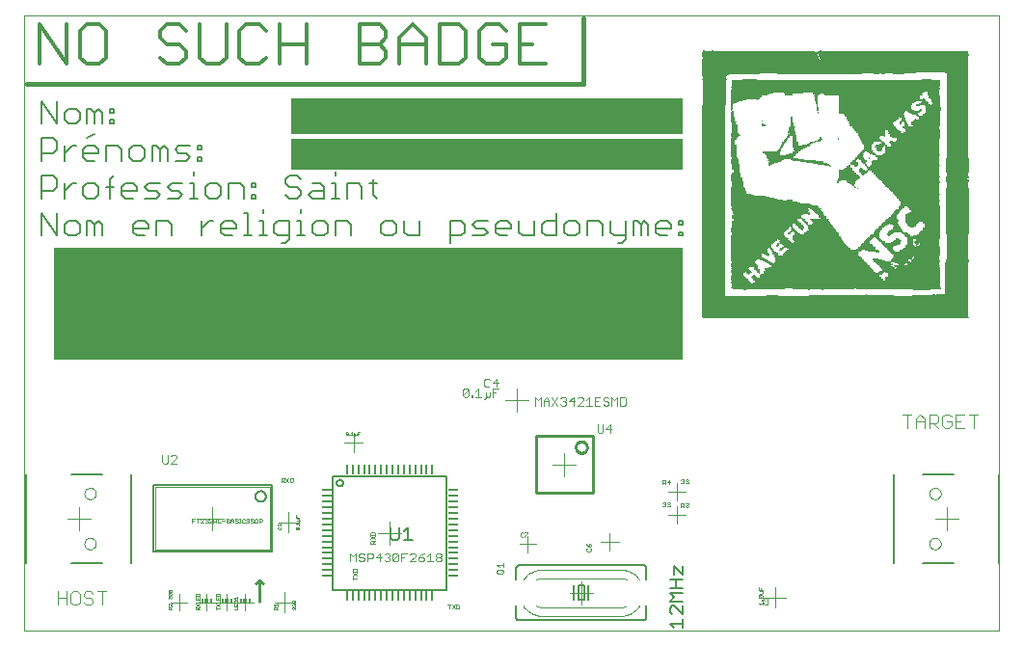
<source format=gto>
G75*
G70*
%OFA0B0*%
%FSLAX24Y24*%
%IPPOS*%
%LPD*%
%AMOC8*
5,1,8,0,0,1.08239X$1,22.5*
%
%ADD10C,0.0000*%
%ADD11C,0.0100*%
%ADD12C,0.0010*%
%ADD13C,0.0030*%
%ADD14C,0.0120*%
%ADD15C,0.0070*%
%ADD16C,0.0160*%
%ADD17R,2.1732X0.3858*%
%ADD18R,1.3543X0.1102*%
%ADD19R,0.9167X0.0033*%
%ADD20R,0.9200X0.0033*%
%ADD21R,0.9200X0.0033*%
%ADD22R,0.0767X0.0033*%
%ADD23R,0.0367X0.0033*%
%ADD24R,0.2966X0.0033*%
%ADD25R,0.1933X0.0033*%
%ADD26R,0.0767X0.0033*%
%ADD27R,0.0033X0.0033*%
%ADD28R,0.0100X0.0033*%
%ADD29R,0.1100X0.0033*%
%ADD30R,0.0833X0.0033*%
%ADD31R,0.0800X0.0033*%
%ADD32R,0.0800X0.0033*%
%ADD33R,0.0100X0.0033*%
%ADD34R,0.0066X0.0033*%
%ADD35R,0.0067X0.0033*%
%ADD36R,0.0600X0.0033*%
%ADD37R,0.1800X0.0033*%
%ADD38R,0.2134X0.0033*%
%ADD39R,0.2934X0.0033*%
%ADD40R,0.7267X0.0033*%
%ADD41R,0.7233X0.0033*%
%ADD42R,0.7233X0.0033*%
%ADD43R,0.0700X0.0033*%
%ADD44R,0.6466X0.0033*%
%ADD45R,0.0667X0.0033*%
%ADD46R,0.6433X0.0033*%
%ADD47R,0.0633X0.0033*%
%ADD48R,0.6400X0.0033*%
%ADD49R,0.0600X0.0033*%
%ADD50R,0.4500X0.0033*%
%ADD51R,0.1900X0.0033*%
%ADD52R,0.0567X0.0033*%
%ADD53R,0.4500X0.0033*%
%ADD54R,0.1900X0.0033*%
%ADD55R,0.0533X0.0033*%
%ADD56R,0.4467X0.0033*%
%ADD57R,0.0500X0.0033*%
%ADD58R,0.0200X0.0033*%
%ADD59R,0.4167X0.0033*%
%ADD60R,0.0467X0.0033*%
%ADD61R,0.0134X0.0033*%
%ADD62R,0.4133X0.0033*%
%ADD63R,0.1800X0.0033*%
%ADD64R,0.0433X0.0033*%
%ADD65R,0.0433X0.0033*%
%ADD66R,0.4233X0.0033*%
%ADD67R,0.1833X0.0033*%
%ADD68R,0.0033X0.0033*%
%ADD69R,0.4134X0.0033*%
%ADD70R,0.1833X0.0033*%
%ADD71R,0.0500X0.0033*%
%ADD72R,0.0167X0.0033*%
%ADD73R,0.3834X0.0033*%
%ADD74R,0.3800X0.0033*%
%ADD75R,0.2100X0.0033*%
%ADD76R,0.0133X0.0033*%
%ADD77R,0.3766X0.0033*%
%ADD78R,0.2033X0.0033*%
%ADD79R,0.3733X0.0033*%
%ADD80R,0.0166X0.0033*%
%ADD81R,0.3700X0.0033*%
%ADD82R,0.0467X0.0033*%
%ADD83R,0.1533X0.0033*%
%ADD84R,0.0166X0.0033*%
%ADD85R,0.3533X0.0033*%
%ADD86R,0.1500X0.0033*%
%ADD87R,0.0933X0.0033*%
%ADD88R,0.3433X0.0033*%
%ADD89R,0.1533X0.0033*%
%ADD90R,0.0933X0.0033*%
%ADD91R,0.3433X0.0033*%
%ADD92R,0.1567X0.0033*%
%ADD93R,0.0900X0.0033*%
%ADD94R,0.0233X0.0033*%
%ADD95R,0.1100X0.0033*%
%ADD96R,0.0867X0.0033*%
%ADD97R,0.0266X0.0033*%
%ADD98R,0.0833X0.0033*%
%ADD99R,0.0233X0.0033*%
%ADD100R,0.3167X0.0033*%
%ADD101R,0.0533X0.0033*%
%ADD102R,0.0200X0.0033*%
%ADD103R,0.3100X0.0033*%
%ADD104R,0.0634X0.0033*%
%ADD105R,0.0967X0.0033*%
%ADD106R,0.3067X0.0033*%
%ADD107R,0.0400X0.0033*%
%ADD108R,0.1000X0.0033*%
%ADD109R,0.0900X0.0033*%
%ADD110R,0.0267X0.0033*%
%ADD111R,0.3034X0.0033*%
%ADD112R,0.0333X0.0033*%
%ADD113R,0.0034X0.0033*%
%ADD114R,0.1167X0.0033*%
%ADD115R,0.3000X0.0033*%
%ADD116R,0.0700X0.0033*%
%ADD117R,0.0733X0.0033*%
%ADD118R,0.1133X0.0033*%
%ADD119R,0.2967X0.0033*%
%ADD120R,0.1067X0.0033*%
%ADD121R,0.2967X0.0033*%
%ADD122R,0.0667X0.0033*%
%ADD123R,0.0867X0.0033*%
%ADD124R,0.0733X0.0033*%
%ADD125R,0.1067X0.0033*%
%ADD126R,0.1600X0.0033*%
%ADD127R,0.2633X0.0033*%
%ADD128R,0.1633X0.0033*%
%ADD129R,0.0167X0.0033*%
%ADD130R,0.2600X0.0033*%
%ADD131R,0.1666X0.0033*%
%ADD132R,0.1300X0.0033*%
%ADD133R,0.2567X0.0033*%
%ADD134R,0.1700X0.0033*%
%ADD135R,0.1267X0.0033*%
%ADD136R,0.2533X0.0033*%
%ADD137R,0.1733X0.0033*%
%ADD138R,0.1267X0.0033*%
%ADD139R,0.2567X0.0033*%
%ADD140R,0.0367X0.0033*%
%ADD141R,0.1433X0.0033*%
%ADD142R,0.1400X0.0033*%
%ADD143R,0.2166X0.0033*%
%ADD144R,0.1300X0.0033*%
%ADD145R,0.0133X0.0033*%
%ADD146R,0.2167X0.0033*%
%ADD147R,0.0633X0.0033*%
%ADD148R,0.1266X0.0033*%
%ADD149R,0.1367X0.0033*%
%ADD150R,0.2300X0.0033*%
%ADD151R,0.0267X0.0033*%
%ADD152R,0.1233X0.0033*%
%ADD153R,0.2233X0.0033*%
%ADD154R,0.0466X0.0033*%
%ADD155R,0.0333X0.0033*%
%ADD156R,0.0334X0.0033*%
%ADD157R,0.1400X0.0033*%
%ADD158R,0.2200X0.0033*%
%ADD159R,0.0400X0.0033*%
%ADD160R,0.0466X0.0033*%
%ADD161R,0.0300X0.0033*%
%ADD162R,0.2200X0.0033*%
%ADD163R,0.1467X0.0033*%
%ADD164R,0.2333X0.0033*%
%ADD165R,0.1500X0.0033*%
%ADD166R,0.1733X0.0033*%
%ADD167R,0.0334X0.0033*%
%ADD168R,0.1567X0.0033*%
%ADD169R,0.0366X0.0033*%
%ADD170R,0.0234X0.0033*%
%ADD171R,0.1600X0.0033*%
%ADD172R,0.1700X0.0033*%
%ADD173R,0.1967X0.0033*%
%ADD174R,0.1166X0.0033*%
%ADD175R,0.1667X0.0033*%
%ADD176R,0.1867X0.0033*%
%ADD177R,0.1667X0.0033*%
%ADD178R,0.1200X0.0033*%
%ADD179R,0.1867X0.0033*%
%ADD180R,0.1566X0.0033*%
%ADD181R,0.0300X0.0033*%
%ADD182R,0.1233X0.0033*%
%ADD183R,0.0534X0.0033*%
%ADD184R,0.1000X0.0033*%
%ADD185R,0.0666X0.0033*%
%ADD186R,0.0034X0.0033*%
%ADD187R,0.0966X0.0033*%
%ADD188R,0.1967X0.0033*%
%ADD189R,0.0067X0.0033*%
%ADD190R,0.0866X0.0033*%
%ADD191R,0.0566X0.0033*%
%ADD192R,0.2100X0.0033*%
%ADD193R,0.0234X0.0033*%
%ADD194R,0.0566X0.0033*%
%ADD195R,0.2367X0.0033*%
%ADD196R,0.2334X0.0033*%
%ADD197R,0.0134X0.0033*%
%ADD198R,0.0434X0.0033*%
%ADD199R,0.0434X0.0033*%
%ADD200R,0.2233X0.0033*%
%ADD201R,0.0634X0.0033*%
%ADD202R,0.2434X0.0033*%
%ADD203R,0.2400X0.0033*%
%ADD204R,0.2400X0.0033*%
%ADD205R,0.1200X0.0033*%
%ADD206R,0.2433X0.0033*%
%ADD207R,0.2666X0.0033*%
%ADD208R,0.1133X0.0033*%
%ADD209R,0.2666X0.0033*%
%ADD210R,0.1066X0.0033*%
%ADD211R,0.2600X0.0033*%
%ADD212R,0.1033X0.0033*%
%ADD213R,0.2634X0.0033*%
%ADD214R,0.1033X0.0033*%
%ADD215R,0.2634X0.0033*%
%ADD216R,0.2667X0.0033*%
%ADD217R,0.3033X0.0033*%
%ADD218R,0.3033X0.0033*%
%ADD219R,0.2767X0.0033*%
%ADD220R,0.1333X0.0033*%
%ADD221R,0.2733X0.0033*%
%ADD222R,0.1333X0.0033*%
%ADD223R,0.2300X0.0033*%
%ADD224R,0.2133X0.0033*%
%ADD225R,0.1167X0.0033*%
%ADD226R,0.0066X0.0033*%
%ADD227R,0.2033X0.0033*%
%ADD228R,0.2067X0.0033*%
%ADD229R,0.0734X0.0033*%
%ADD230R,0.0734X0.0033*%
%ADD231R,0.2167X0.0033*%
%ADD232R,0.2267X0.0033*%
%ADD233R,0.2267X0.0033*%
%ADD234R,0.2500X0.0033*%
%ADD235R,0.2467X0.0033*%
%ADD236R,0.2500X0.0033*%
%ADD237R,0.2333X0.0033*%
%ADD238R,0.1066X0.0033*%
%ADD239R,0.2133X0.0033*%
%ADD240R,0.0934X0.0033*%
%ADD241R,0.0967X0.0033*%
%ADD242R,0.0266X0.0033*%
%ADD243R,0.1666X0.0033*%
%ADD244R,0.1766X0.0033*%
%ADD245R,0.1766X0.0033*%
%ADD246R,0.0966X0.0033*%
%ADD247R,0.1767X0.0033*%
%ADD248R,0.0766X0.0033*%
%ADD249R,0.2034X0.0033*%
%ADD250R,0.2034X0.0033*%
%ADD251R,0.2234X0.0033*%
%ADD252R,0.2534X0.0033*%
%ADD253R,0.0534X0.0033*%
%ADD254R,0.2534X0.0033*%
%ADD255R,0.3000X0.0033*%
%ADD256R,0.2767X0.0033*%
%ADD257R,0.2800X0.0033*%
%ADD258R,0.3367X0.0033*%
%ADD259R,0.3400X0.0033*%
%ADD260R,0.3833X0.0033*%
%ADD261R,0.6700X0.0033*%
%ADD262R,0.7200X0.0033*%
%ADD263R,0.2000X0.0033*%
%ADD264R,0.2933X0.0033*%
%ADD265R,0.7400X0.0033*%
%ADD266R,0.4067X0.0033*%
%ADD267R,0.5100X0.0033*%
%ADD268R,0.4033X0.0033*%
%ADD269R,0.5133X0.0033*%
%ADD270R,0.4033X0.0033*%
%ADD271R,0.5133X0.0033*%
%ADD272R,0.4000X0.0033*%
%ADD273R,0.5167X0.0033*%
%ADD274R,0.4000X0.0033*%
%ADD275R,0.5167X0.0033*%
%ADD276R,0.3867X0.0033*%
%ADD277R,0.5200X0.0033*%
%ADD278R,0.0059X0.0118*%
%ADD279R,0.0118X0.0118*%
%ADD280C,0.0060*%
%ADD281C,0.0020*%
%ADD282C,0.0050*%
%ADD283R,0.0110X0.0382*%
%ADD284R,0.0382X0.0110*%
%ADD285C,0.0040*%
D10*
X000128Y000229D02*
X000128Y021481D01*
X033828Y021481D01*
X033828Y000229D01*
X000128Y000229D01*
X002199Y003238D02*
X002201Y003265D01*
X002207Y003292D01*
X002216Y003318D01*
X002229Y003342D01*
X002245Y003365D01*
X002264Y003384D01*
X002286Y003401D01*
X002310Y003415D01*
X002335Y003425D01*
X002362Y003432D01*
X002389Y003435D01*
X002417Y003434D01*
X002444Y003429D01*
X002470Y003421D01*
X002494Y003409D01*
X002517Y003393D01*
X002538Y003375D01*
X002555Y003354D01*
X002570Y003330D01*
X002581Y003305D01*
X002589Y003279D01*
X002593Y003252D01*
X002593Y003224D01*
X002589Y003197D01*
X002581Y003171D01*
X002570Y003146D01*
X002555Y003122D01*
X002538Y003101D01*
X002517Y003083D01*
X002495Y003067D01*
X002470Y003055D01*
X002444Y003047D01*
X002417Y003042D01*
X002389Y003041D01*
X002362Y003044D01*
X002335Y003051D01*
X002310Y003061D01*
X002286Y003075D01*
X002264Y003092D01*
X002245Y003111D01*
X002229Y003134D01*
X002216Y003158D01*
X002207Y003184D01*
X002201Y003211D01*
X002199Y003238D01*
X002003Y003704D02*
X002003Y004504D01*
X001603Y004104D02*
X002403Y004104D01*
X002199Y004970D02*
X002201Y004997D01*
X002207Y005024D01*
X002216Y005050D01*
X002229Y005074D01*
X002245Y005097D01*
X002264Y005116D01*
X002286Y005133D01*
X002310Y005147D01*
X002335Y005157D01*
X002362Y005164D01*
X002389Y005167D01*
X002417Y005166D01*
X002444Y005161D01*
X002470Y005153D01*
X002494Y005141D01*
X002517Y005125D01*
X002538Y005107D01*
X002555Y005086D01*
X002570Y005062D01*
X002581Y005037D01*
X002589Y005011D01*
X002593Y004984D01*
X002593Y004956D01*
X002589Y004929D01*
X002581Y004903D01*
X002570Y004878D01*
X002555Y004854D01*
X002538Y004833D01*
X002517Y004815D01*
X002495Y004799D01*
X002470Y004787D01*
X002444Y004779D01*
X002417Y004774D01*
X002389Y004773D01*
X002362Y004776D01*
X002335Y004783D01*
X002310Y004793D01*
X002286Y004807D01*
X002264Y004824D01*
X002245Y004843D01*
X002229Y004866D01*
X002216Y004890D01*
X002207Y004916D01*
X002201Y004943D01*
X002199Y004970D01*
X006228Y004104D02*
X007028Y004104D01*
X006628Y003704D02*
X006628Y004504D01*
X008911Y003979D02*
X009594Y003979D01*
X009253Y003637D02*
X009253Y004321D01*
X012353Y003604D02*
X013153Y003604D01*
X012753Y003204D02*
X012753Y004004D01*
X011503Y006404D02*
X011503Y007054D01*
X011178Y006729D02*
X011828Y006729D01*
X016735Y008182D02*
X017535Y008182D01*
X017135Y007782D02*
X017135Y008582D01*
X018789Y006377D02*
X018789Y005577D01*
X018389Y005977D02*
X019189Y005977D01*
X022383Y005035D02*
X022974Y005035D01*
X022679Y004740D02*
X022679Y005331D01*
X022679Y004534D02*
X022679Y003942D01*
X022974Y004238D02*
X022383Y004238D01*
X020673Y003300D02*
X020054Y003300D01*
X020364Y002990D02*
X020364Y003610D01*
X019378Y001939D02*
X019378Y001139D01*
X018978Y001539D02*
X019778Y001539D01*
X017817Y003221D02*
X017241Y003221D01*
X017529Y002933D02*
X017529Y003509D01*
X009469Y001210D02*
X008786Y001210D01*
X009128Y000869D02*
X009128Y001552D01*
X008036Y001210D02*
X007469Y001210D01*
X007411Y001210D02*
X006844Y001210D01*
X006707Y001210D02*
X006140Y001210D01*
X006424Y000927D02*
X006424Y001494D01*
X005753Y001210D02*
X005187Y001210D01*
X005470Y000927D02*
X005470Y001494D01*
X007128Y001494D02*
X007128Y000927D01*
X007753Y000927D02*
X007753Y001494D01*
X025739Y001372D02*
X026435Y001372D01*
X026087Y001024D02*
X026087Y001720D01*
X031410Y003238D02*
X031412Y003265D01*
X031418Y003292D01*
X031427Y003318D01*
X031440Y003342D01*
X031456Y003365D01*
X031475Y003384D01*
X031497Y003401D01*
X031521Y003415D01*
X031546Y003425D01*
X031573Y003432D01*
X031600Y003435D01*
X031628Y003434D01*
X031655Y003429D01*
X031681Y003421D01*
X031705Y003409D01*
X031728Y003393D01*
X031749Y003375D01*
X031766Y003354D01*
X031781Y003330D01*
X031792Y003305D01*
X031800Y003279D01*
X031804Y003252D01*
X031804Y003224D01*
X031800Y003197D01*
X031792Y003171D01*
X031781Y003146D01*
X031766Y003122D01*
X031749Y003101D01*
X031728Y003083D01*
X031706Y003067D01*
X031681Y003055D01*
X031655Y003047D01*
X031628Y003042D01*
X031600Y003041D01*
X031573Y003044D01*
X031546Y003051D01*
X031521Y003061D01*
X031497Y003075D01*
X031475Y003092D01*
X031456Y003111D01*
X031440Y003134D01*
X031427Y003158D01*
X031418Y003184D01*
X031412Y003211D01*
X031410Y003238D01*
X032001Y003704D02*
X032001Y004504D01*
X031601Y004104D02*
X032401Y004104D01*
X031410Y004970D02*
X031412Y004997D01*
X031418Y005024D01*
X031427Y005050D01*
X031440Y005074D01*
X031456Y005097D01*
X031475Y005116D01*
X031497Y005133D01*
X031521Y005147D01*
X031546Y005157D01*
X031573Y005164D01*
X031600Y005167D01*
X031628Y005166D01*
X031655Y005161D01*
X031681Y005153D01*
X031705Y005141D01*
X031728Y005125D01*
X031749Y005107D01*
X031766Y005086D01*
X031781Y005062D01*
X031792Y005037D01*
X031800Y005011D01*
X031804Y004984D01*
X031804Y004956D01*
X031800Y004929D01*
X031792Y004903D01*
X031781Y004878D01*
X031766Y004854D01*
X031749Y004833D01*
X031728Y004815D01*
X031706Y004799D01*
X031681Y004787D01*
X031655Y004779D01*
X031628Y004774D01*
X031600Y004773D01*
X031573Y004776D01*
X031546Y004783D01*
X031521Y004793D01*
X031497Y004807D01*
X031475Y004824D01*
X031456Y004843D01*
X031440Y004866D01*
X031427Y004890D01*
X031418Y004916D01*
X031412Y004943D01*
X031410Y004970D01*
D11*
X019773Y004993D02*
X019773Y006961D01*
X017805Y006961D01*
X017805Y004993D01*
X019773Y004993D01*
X019183Y006568D02*
X019185Y006595D01*
X019191Y006622D01*
X019200Y006648D01*
X019213Y006672D01*
X019229Y006695D01*
X019248Y006714D01*
X019270Y006731D01*
X019294Y006745D01*
X019319Y006755D01*
X019346Y006762D01*
X019373Y006765D01*
X019401Y006764D01*
X019428Y006759D01*
X019454Y006751D01*
X019478Y006739D01*
X019501Y006723D01*
X019522Y006705D01*
X019539Y006684D01*
X019554Y006660D01*
X019565Y006635D01*
X019573Y006609D01*
X019577Y006582D01*
X019577Y006554D01*
X019573Y006527D01*
X019565Y006501D01*
X019554Y006476D01*
X019539Y006452D01*
X019522Y006431D01*
X019501Y006413D01*
X019479Y006397D01*
X019454Y006385D01*
X019428Y006377D01*
X019401Y006372D01*
X019373Y006371D01*
X019346Y006374D01*
X019319Y006381D01*
X019294Y006391D01*
X019270Y006405D01*
X019248Y006422D01*
X019229Y006441D01*
X019213Y006464D01*
X019200Y006488D01*
X019191Y006514D01*
X019185Y006541D01*
X019183Y006568D01*
X008378Y001854D02*
X008253Y001979D01*
X008128Y001854D01*
X008253Y001979D02*
X008253Y001229D01*
D12*
X008758Y001119D02*
X008796Y001080D01*
X008815Y001042D02*
X008834Y001023D01*
X008834Y000965D01*
X008873Y000965D02*
X008758Y000965D01*
X008758Y001023D01*
X008777Y001042D01*
X008815Y001042D01*
X008834Y001004D02*
X008873Y001042D01*
X008873Y001080D02*
X008873Y001157D01*
X008873Y001119D02*
X008758Y001119D01*
X009383Y001138D02*
X009402Y001157D01*
X009421Y001157D01*
X009440Y001138D01*
X009459Y001157D01*
X009478Y001157D01*
X009498Y001138D01*
X009498Y001100D01*
X009478Y001080D01*
X009478Y001042D02*
X009498Y001023D01*
X009498Y000985D01*
X009478Y000965D01*
X009440Y001004D02*
X009440Y001023D01*
X009459Y001042D01*
X009478Y001042D01*
X009440Y001023D02*
X009421Y001042D01*
X009402Y001042D01*
X009383Y001023D01*
X009383Y000985D01*
X009402Y000965D01*
X009402Y001080D02*
X009383Y001100D01*
X009383Y001138D01*
X009440Y001138D02*
X009440Y001119D01*
X009402Y001196D02*
X009383Y001215D01*
X009383Y001253D01*
X009402Y001272D01*
X009478Y001196D01*
X009498Y001215D01*
X009498Y001253D01*
X009478Y001272D01*
X009402Y001272D01*
X009402Y001196D02*
X009478Y001196D01*
X007498Y001196D02*
X007498Y001253D01*
X007478Y001272D01*
X007402Y001272D01*
X007383Y001253D01*
X007383Y001196D01*
X007498Y001196D01*
X007498Y001157D02*
X007498Y001080D01*
X007383Y001080D01*
X007383Y001157D01*
X007440Y001119D02*
X007440Y001080D01*
X007498Y001042D02*
X007498Y000965D01*
X007383Y000965D01*
X007421Y001311D02*
X007383Y001349D01*
X007498Y001349D01*
X007498Y001311D02*
X007498Y001387D01*
X006873Y001387D02*
X006873Y001311D01*
X006758Y001311D01*
X006758Y001387D01*
X006758Y001426D02*
X006758Y001483D01*
X006777Y001502D01*
X006853Y001502D01*
X006873Y001483D01*
X006873Y001426D01*
X006758Y001426D01*
X006815Y001349D02*
X006815Y001311D01*
X006873Y001272D02*
X006873Y001196D01*
X006758Y001196D01*
X006758Y001157D02*
X006873Y001080D01*
X006873Y001004D02*
X006758Y001004D01*
X006758Y001042D02*
X006758Y000965D01*
X006758Y001080D02*
X006873Y001157D01*
X006169Y001157D02*
X006054Y001080D01*
X006073Y001042D02*
X006111Y001042D01*
X006130Y001023D01*
X006130Y000965D01*
X006130Y001004D02*
X006169Y001042D01*
X006169Y001080D02*
X006054Y001157D01*
X006054Y001196D02*
X006169Y001196D01*
X006169Y001272D01*
X006169Y001311D02*
X006169Y001387D01*
X006169Y001426D02*
X006169Y001483D01*
X006150Y001502D01*
X006073Y001502D01*
X006054Y001483D01*
X006054Y001426D01*
X006169Y001426D01*
X006111Y001349D02*
X006111Y001311D01*
X006054Y001311D02*
X006169Y001311D01*
X006054Y001311D02*
X006054Y001387D01*
X006073Y001042D02*
X006054Y001023D01*
X006054Y000965D01*
X006169Y000965D01*
X005215Y000965D02*
X005105Y000965D01*
X005105Y001020D01*
X005123Y001039D01*
X005160Y001039D01*
X005178Y001020D01*
X005178Y000965D01*
X005178Y001002D02*
X005215Y001039D01*
X005215Y001076D02*
X005142Y001149D01*
X005123Y001149D01*
X005105Y001131D01*
X005105Y001094D01*
X005123Y001076D01*
X005215Y001076D02*
X005215Y001149D01*
X005197Y001340D02*
X005215Y001359D01*
X005215Y001395D01*
X005197Y001414D01*
X005178Y001414D01*
X005160Y001395D01*
X005160Y001377D01*
X005160Y001395D02*
X005142Y001414D01*
X005123Y001414D01*
X005105Y001395D01*
X005105Y001359D01*
X005123Y001340D01*
X005123Y001451D02*
X005105Y001469D01*
X005105Y001506D01*
X005123Y001524D01*
X005142Y001524D01*
X005160Y001506D01*
X005178Y001524D01*
X005197Y001524D01*
X005215Y001506D01*
X005215Y001469D01*
X005197Y001451D01*
X005160Y001488D02*
X005160Y001506D01*
X005123Y001561D02*
X005105Y001580D01*
X005105Y001616D01*
X005123Y001635D01*
X005197Y001561D01*
X005215Y001580D01*
X005215Y001616D01*
X005197Y001635D01*
X005123Y001635D01*
X005123Y001561D02*
X005197Y001561D01*
X005927Y003949D02*
X005927Y004099D01*
X006027Y004099D01*
X006074Y004099D02*
X006175Y004099D01*
X006124Y004099D02*
X006124Y003949D01*
X006222Y003949D02*
X006322Y004049D01*
X006322Y004074D01*
X006297Y004099D01*
X006247Y004099D01*
X006222Y004074D01*
X006222Y003949D02*
X006322Y003949D01*
X006369Y003974D02*
X006394Y003949D01*
X006444Y003949D01*
X006469Y003974D01*
X006469Y003999D01*
X006444Y004024D01*
X006419Y004024D01*
X006444Y004024D02*
X006469Y004049D01*
X006469Y004074D01*
X006444Y004099D01*
X006394Y004099D01*
X006369Y004074D01*
X006516Y004074D02*
X006541Y004099D01*
X006591Y004099D01*
X006617Y004074D01*
X006617Y004049D01*
X006516Y003949D01*
X006617Y003949D01*
X006664Y003949D02*
X006664Y004099D01*
X006739Y004099D01*
X006764Y004074D01*
X006764Y004024D01*
X006739Y003999D01*
X006664Y003999D01*
X006714Y003999D02*
X006764Y003949D01*
X006811Y003949D02*
X006911Y003949D01*
X006958Y004024D02*
X007058Y004024D01*
X007106Y004024D02*
X007181Y004024D01*
X007206Y003999D01*
X007206Y003974D01*
X007181Y003949D01*
X007106Y003949D01*
X007106Y004099D01*
X007181Y004099D01*
X007206Y004074D01*
X007206Y004049D01*
X007181Y004024D01*
X007253Y004024D02*
X007353Y004024D01*
X007353Y004049D02*
X007353Y003949D01*
X007400Y003974D02*
X007425Y003949D01*
X007475Y003949D01*
X007500Y003974D01*
X007500Y003999D01*
X007475Y004024D01*
X007425Y004024D01*
X007400Y004049D01*
X007400Y004074D01*
X007425Y004099D01*
X007475Y004099D01*
X007500Y004074D01*
X007548Y004099D02*
X007598Y004099D01*
X007573Y004099D02*
X007573Y003949D01*
X007548Y003949D02*
X007598Y003949D01*
X007646Y003974D02*
X007671Y003949D01*
X007721Y003949D01*
X007746Y003974D01*
X007793Y003974D02*
X007818Y003949D01*
X007868Y003949D01*
X007893Y003974D01*
X007893Y003999D01*
X007868Y004024D01*
X007818Y004024D01*
X007793Y004049D01*
X007793Y004074D01*
X007818Y004099D01*
X007868Y004099D01*
X007893Y004074D01*
X007941Y004074D02*
X007941Y004049D01*
X007966Y004024D01*
X008016Y004024D01*
X008041Y003999D01*
X008041Y003974D01*
X008016Y003949D01*
X007966Y003949D01*
X007941Y003974D01*
X007941Y004074D02*
X007966Y004099D01*
X008016Y004099D01*
X008041Y004074D01*
X008088Y004074D02*
X008088Y003974D01*
X008113Y003949D01*
X008163Y003949D01*
X008188Y003974D01*
X008188Y004074D01*
X008163Y004099D01*
X008113Y004099D01*
X008088Y004074D01*
X008235Y004099D02*
X008310Y004099D01*
X008335Y004074D01*
X008335Y004024D01*
X008310Y003999D01*
X008235Y003999D01*
X008235Y003949D02*
X008235Y004099D01*
X007746Y004074D02*
X007721Y004099D01*
X007671Y004099D01*
X007646Y004074D01*
X007646Y003974D01*
X007353Y004049D02*
X007303Y004099D01*
X007253Y004049D01*
X007253Y003949D01*
X006811Y003949D02*
X006811Y004099D01*
X005977Y004024D02*
X005927Y004024D01*
X008883Y003907D02*
X008883Y003868D01*
X008902Y003849D01*
X008902Y003811D02*
X008883Y003792D01*
X008883Y003753D01*
X008902Y003734D01*
X008978Y003734D01*
X008998Y003753D01*
X008998Y003792D01*
X008978Y003811D01*
X008998Y003849D02*
X008921Y003926D01*
X008902Y003926D01*
X008883Y003907D01*
X008998Y003926D02*
X008998Y003849D01*
X009508Y003792D02*
X009527Y003811D01*
X009603Y003734D01*
X009623Y003753D01*
X009623Y003792D01*
X009603Y003811D01*
X009527Y003811D01*
X009508Y003792D02*
X009508Y003753D01*
X009527Y003734D01*
X009603Y003734D01*
X009603Y003849D02*
X009603Y003868D01*
X009623Y003868D01*
X009623Y003849D01*
X009603Y003849D01*
X009623Y003907D02*
X009623Y003983D01*
X009623Y003945D02*
X009508Y003945D01*
X009546Y003907D01*
X009565Y004041D02*
X009603Y004041D01*
X009642Y004041D01*
X009661Y004022D01*
X009623Y004060D02*
X009623Y004079D01*
X009603Y004098D01*
X009565Y004098D01*
X009565Y004137D02*
X009565Y004175D01*
X009508Y004137D02*
X009508Y004214D01*
X009508Y004137D02*
X009623Y004137D01*
X009623Y004060D02*
X009603Y004041D01*
X009377Y005359D02*
X009402Y005384D01*
X009402Y005484D01*
X009377Y005509D01*
X009302Y005509D01*
X009302Y005359D01*
X009377Y005359D01*
X009255Y005359D02*
X009155Y005509D01*
X009108Y005484D02*
X009108Y005434D01*
X009083Y005409D01*
X009008Y005409D01*
X009058Y005409D02*
X009108Y005359D01*
X009155Y005359D02*
X009255Y005509D01*
X009108Y005484D02*
X009083Y005509D01*
X009008Y005509D01*
X009008Y005359D01*
X011240Y007003D02*
X011259Y006984D01*
X011297Y006984D01*
X011316Y007003D01*
X011316Y007080D01*
X011240Y007003D01*
X011240Y007080D01*
X011259Y007099D01*
X011297Y007099D01*
X011316Y007080D01*
X011355Y007003D02*
X011374Y007003D01*
X011374Y006984D01*
X011355Y006984D01*
X011355Y007003D01*
X011412Y006984D02*
X011489Y006984D01*
X011451Y006984D02*
X011451Y007099D01*
X011412Y007061D01*
X011547Y007042D02*
X011547Y007003D01*
X011547Y006965D01*
X011527Y006946D01*
X011566Y006984D02*
X011547Y007003D01*
X011566Y006984D02*
X011585Y006984D01*
X011604Y007003D01*
X011604Y007042D01*
X011642Y007042D02*
X011681Y007042D01*
X011719Y007099D02*
X011642Y007099D01*
X011642Y006984D01*
X012122Y003629D02*
X012097Y003604D01*
X012097Y003529D01*
X012248Y003529D01*
X012248Y003604D01*
X012223Y003629D01*
X012122Y003629D01*
X012097Y003482D02*
X012248Y003381D01*
X012248Y003334D02*
X012198Y003284D01*
X012198Y003309D02*
X012198Y003234D01*
X012248Y003234D02*
X012097Y003234D01*
X012097Y003309D01*
X012122Y003334D01*
X012172Y003334D01*
X012198Y003309D01*
X012097Y003381D02*
X012248Y003482D01*
X011598Y002379D02*
X011497Y002379D01*
X011472Y002354D01*
X011472Y002279D01*
X011623Y002279D01*
X011623Y002354D01*
X011598Y002379D01*
X011623Y002232D02*
X011472Y002131D01*
X011472Y002084D02*
X011472Y001984D01*
X011472Y002034D02*
X011623Y002034D01*
X011623Y002131D02*
X011472Y002232D01*
X014758Y001134D02*
X014858Y001134D01*
X014905Y001134D02*
X015005Y000984D01*
X015052Y000984D02*
X015127Y000984D01*
X015152Y001009D01*
X015152Y001109D01*
X015127Y001134D01*
X015052Y001134D01*
X015052Y000984D01*
X014905Y000984D02*
X015005Y001134D01*
X014808Y001134D02*
X014808Y000984D01*
X017309Y003476D02*
X017359Y003476D01*
X017384Y003501D01*
X017431Y003501D02*
X017431Y003476D01*
X017431Y003501D02*
X017532Y003601D01*
X017532Y003626D01*
X017431Y003626D01*
X017384Y003601D02*
X017359Y003626D01*
X017309Y003626D01*
X017284Y003601D01*
X017284Y003501D01*
X017309Y003476D01*
X019565Y003224D02*
X019590Y003174D01*
X019640Y003124D01*
X019640Y003199D01*
X019665Y003224D01*
X019690Y003224D01*
X019715Y003199D01*
X019715Y003149D01*
X019690Y003124D01*
X019640Y003124D01*
X019590Y003076D02*
X019565Y003051D01*
X019565Y003001D01*
X019590Y002976D01*
X019690Y002976D01*
X019715Y003001D01*
X019715Y003051D01*
X019690Y003076D01*
X022198Y004542D02*
X022223Y004517D01*
X022273Y004517D01*
X022298Y004542D01*
X022298Y004567D01*
X022273Y004592D01*
X022248Y004592D01*
X022273Y004592D02*
X022298Y004617D01*
X022298Y004642D01*
X022273Y004667D01*
X022223Y004667D01*
X022198Y004642D01*
X022345Y004642D02*
X022370Y004667D01*
X022420Y004667D01*
X022445Y004642D01*
X022445Y004617D01*
X022420Y004592D01*
X022445Y004567D01*
X022445Y004542D01*
X022420Y004517D01*
X022370Y004517D01*
X022345Y004542D01*
X022395Y004592D02*
X022420Y004592D01*
X022827Y004543D02*
X022903Y004543D01*
X022928Y004568D01*
X022928Y004618D01*
X022903Y004643D01*
X022827Y004643D01*
X022827Y004493D01*
X022877Y004543D02*
X022928Y004493D01*
X022975Y004518D02*
X023000Y004493D01*
X023050Y004493D01*
X023075Y004518D01*
X023075Y004543D01*
X023050Y004568D01*
X023025Y004568D01*
X023050Y004568D02*
X023075Y004593D01*
X023075Y004618D01*
X023050Y004643D01*
X023000Y004643D01*
X022975Y004618D01*
X023000Y005314D02*
X022975Y005339D01*
X023000Y005314D02*
X023050Y005314D01*
X023075Y005339D01*
X023075Y005364D01*
X023050Y005389D01*
X023025Y005389D01*
X023050Y005389D02*
X023075Y005414D01*
X023075Y005439D01*
X023050Y005464D01*
X023000Y005464D01*
X022975Y005439D01*
X022928Y005439D02*
X022928Y005414D01*
X022903Y005389D01*
X022928Y005364D01*
X022928Y005339D01*
X022903Y005314D01*
X022852Y005314D01*
X022827Y005339D01*
X022877Y005389D02*
X022903Y005389D01*
X022928Y005439D02*
X022903Y005464D01*
X022852Y005464D01*
X022827Y005439D01*
X022445Y005365D02*
X022345Y005365D01*
X022420Y005440D01*
X022420Y005290D01*
X022298Y005290D02*
X022248Y005340D01*
X022273Y005340D02*
X022198Y005340D01*
X022198Y005290D02*
X022198Y005440D01*
X022273Y005440D01*
X022298Y005415D01*
X022298Y005365D01*
X022273Y005340D01*
X025501Y001743D02*
X025501Y001642D01*
X025651Y001642D01*
X025651Y001595D02*
X025551Y001595D01*
X025576Y001642D02*
X025576Y001693D01*
X025651Y001595D02*
X025651Y001520D01*
X025626Y001495D01*
X025551Y001495D01*
X025526Y001448D02*
X025626Y001348D01*
X025651Y001373D01*
X025651Y001423D01*
X025626Y001448D01*
X025526Y001448D01*
X025501Y001423D01*
X025501Y001373D01*
X025526Y001348D01*
X025626Y001348D01*
X025626Y001299D02*
X025651Y001299D01*
X025651Y001274D01*
X025626Y001274D01*
X025626Y001299D01*
X025682Y001299D02*
X025682Y001349D01*
X025707Y001374D01*
X025732Y001374D01*
X025757Y001349D01*
X025782Y001374D01*
X025807Y001374D01*
X025832Y001349D01*
X025832Y001299D01*
X025807Y001274D01*
X025807Y001227D02*
X025832Y001202D01*
X025832Y001152D01*
X025807Y001127D01*
X025707Y001127D01*
X025682Y001152D01*
X025682Y001202D01*
X025707Y001227D01*
X025707Y001274D02*
X025682Y001299D01*
X025651Y001227D02*
X025651Y001127D01*
X025651Y001177D02*
X025501Y001177D01*
X025551Y001127D01*
X025757Y001324D02*
X025757Y001349D01*
D13*
X020374Y007063D02*
X020374Y007353D01*
X020229Y007208D01*
X020422Y007208D01*
X020127Y007111D02*
X020127Y007353D01*
X019934Y007353D02*
X019934Y007111D01*
X019982Y007063D01*
X020079Y007063D01*
X020127Y007111D01*
X020182Y008008D02*
X020134Y008056D01*
X020182Y008008D02*
X020279Y008008D01*
X020327Y008056D01*
X020327Y008105D01*
X020279Y008153D01*
X020182Y008153D01*
X020134Y008201D01*
X020134Y008250D01*
X020182Y008298D01*
X020279Y008298D01*
X020327Y008250D01*
X020428Y008298D02*
X020428Y008008D01*
X020622Y008008D02*
X020622Y008298D01*
X020525Y008201D01*
X020428Y008298D01*
X020723Y008298D02*
X020723Y008008D01*
X020868Y008008D01*
X020916Y008056D01*
X020916Y008250D01*
X020868Y008298D01*
X020723Y008298D01*
X020032Y008298D02*
X019839Y008298D01*
X019839Y008008D01*
X020032Y008008D01*
X019936Y008153D02*
X019839Y008153D01*
X019738Y008008D02*
X019544Y008008D01*
X019641Y008008D02*
X019641Y008298D01*
X019544Y008201D01*
X019443Y008201D02*
X019443Y008250D01*
X019395Y008298D01*
X019298Y008298D01*
X019250Y008250D01*
X019149Y008153D02*
X018955Y008153D01*
X019100Y008298D01*
X019100Y008008D01*
X019250Y008008D02*
X019443Y008201D01*
X019443Y008008D02*
X019250Y008008D01*
X018854Y008056D02*
X018854Y008105D01*
X018805Y008153D01*
X018757Y008153D01*
X018805Y008153D02*
X018854Y008201D01*
X018854Y008250D01*
X018805Y008298D01*
X018709Y008298D01*
X018660Y008250D01*
X018559Y008298D02*
X018366Y008008D01*
X018265Y008008D02*
X018265Y008201D01*
X018168Y008298D01*
X018071Y008201D01*
X018071Y008008D01*
X017970Y008008D02*
X017970Y008298D01*
X017873Y008201D01*
X017776Y008298D01*
X017776Y008008D01*
X018071Y008153D02*
X018265Y008153D01*
X018366Y008298D02*
X018559Y008008D01*
X018660Y008056D02*
X018709Y008008D01*
X018805Y008008D01*
X018854Y008056D01*
X016512Y008602D02*
X016318Y008602D01*
X016318Y008312D01*
X016217Y008360D02*
X016217Y008457D01*
X016217Y008360D02*
X016169Y008312D01*
X016120Y008312D01*
X016072Y008360D01*
X016072Y008264D01*
X016024Y008215D01*
X015923Y008312D02*
X015729Y008312D01*
X015826Y008312D02*
X015826Y008602D01*
X015729Y008505D01*
X015630Y008360D02*
X015630Y008312D01*
X015582Y008312D01*
X015582Y008360D01*
X015630Y008360D01*
X015481Y008360D02*
X015481Y008554D01*
X015287Y008360D01*
X015335Y008312D01*
X015432Y008312D01*
X015481Y008360D01*
X015481Y008554D02*
X015432Y008602D01*
X015335Y008602D01*
X015287Y008554D01*
X015287Y008360D01*
X016072Y008360D02*
X016072Y008457D01*
X016072Y008651D02*
X016169Y008651D01*
X016217Y008699D01*
X016318Y008796D02*
X016512Y008796D01*
X016464Y008941D02*
X016318Y008796D01*
X016217Y008892D02*
X016169Y008941D01*
X016072Y008941D01*
X016024Y008892D01*
X016024Y008699D01*
X016072Y008651D01*
X016318Y008457D02*
X016415Y008457D01*
X016464Y008651D02*
X016464Y008941D01*
X014484Y002909D02*
X014533Y002861D01*
X014533Y002813D01*
X014484Y002764D01*
X014387Y002764D01*
X014339Y002813D01*
X014339Y002861D01*
X014387Y002909D01*
X014484Y002909D01*
X014484Y002764D02*
X014533Y002716D01*
X014533Y002668D01*
X014484Y002619D01*
X014387Y002619D01*
X014339Y002668D01*
X014339Y002716D01*
X014387Y002764D01*
X014238Y002619D02*
X014044Y002619D01*
X014141Y002619D02*
X014141Y002909D01*
X014044Y002813D01*
X013943Y002909D02*
X013847Y002861D01*
X013750Y002764D01*
X013895Y002764D01*
X013943Y002716D01*
X013943Y002668D01*
X013895Y002619D01*
X013798Y002619D01*
X013750Y002668D01*
X013750Y002764D01*
X013649Y002813D02*
X013649Y002861D01*
X013600Y002909D01*
X013503Y002909D01*
X013455Y002861D01*
X013354Y002909D02*
X013160Y002909D01*
X013160Y002619D01*
X013059Y002668D02*
X013011Y002619D01*
X012914Y002619D01*
X012866Y002668D01*
X013059Y002861D01*
X013059Y002668D01*
X013160Y002764D02*
X013257Y002764D01*
X013059Y002861D02*
X013011Y002909D01*
X012914Y002909D01*
X012866Y002861D01*
X012866Y002668D01*
X012765Y002668D02*
X012716Y002619D01*
X012620Y002619D01*
X012571Y002668D01*
X012668Y002764D02*
X012716Y002764D01*
X012765Y002716D01*
X012765Y002668D01*
X012716Y002764D02*
X012765Y002813D01*
X012765Y002861D01*
X012716Y002909D01*
X012620Y002909D01*
X012571Y002861D01*
X012470Y002764D02*
X012277Y002764D01*
X012422Y002909D01*
X012422Y002619D01*
X012175Y002764D02*
X012127Y002716D01*
X011982Y002716D01*
X011982Y002619D02*
X011982Y002909D01*
X012127Y002909D01*
X012175Y002861D01*
X012175Y002764D01*
X011881Y002716D02*
X011881Y002668D01*
X011832Y002619D01*
X011736Y002619D01*
X011687Y002668D01*
X011736Y002764D02*
X011832Y002764D01*
X011881Y002716D01*
X011881Y002861D02*
X011832Y002909D01*
X011736Y002909D01*
X011687Y002861D01*
X011687Y002813D01*
X011736Y002764D01*
X011586Y002909D02*
X011586Y002619D01*
X011393Y002619D02*
X011393Y002909D01*
X011489Y002813D01*
X011586Y002909D01*
X013455Y002619D02*
X013649Y002813D01*
X013649Y002619D02*
X013455Y002619D01*
X005384Y006013D02*
X005190Y006013D01*
X005384Y006206D01*
X005384Y006255D01*
X005336Y006303D01*
X005239Y006303D01*
X005190Y006255D01*
X005089Y006303D02*
X005089Y006061D01*
X005041Y006013D01*
X004944Y006013D01*
X004896Y006061D01*
X004896Y006303D01*
D14*
X005034Y019817D02*
X004804Y020047D01*
X005034Y019817D02*
X005494Y019817D01*
X005724Y020047D01*
X005724Y020277D01*
X005494Y020507D01*
X005034Y020507D01*
X004804Y020737D01*
X004804Y020968D01*
X005034Y021198D01*
X005494Y021198D01*
X005724Y020968D01*
X006185Y021198D02*
X006185Y020047D01*
X006415Y019817D01*
X006875Y019817D01*
X007106Y020047D01*
X007106Y021198D01*
X007566Y020968D02*
X007566Y020047D01*
X007796Y019817D01*
X008256Y019817D01*
X008487Y020047D01*
X008947Y019817D02*
X008947Y021198D01*
X008487Y020968D02*
X008256Y021198D01*
X007796Y021198D01*
X007566Y020968D01*
X008947Y020507D02*
X009868Y020507D01*
X009868Y019817D02*
X009868Y021198D01*
X011709Y021198D02*
X012400Y021198D01*
X012630Y020968D01*
X012630Y020737D01*
X012400Y020507D01*
X011709Y020507D01*
X012400Y020507D02*
X012630Y020277D01*
X012630Y020047D01*
X012400Y019817D01*
X011709Y019817D01*
X011709Y021198D01*
X013091Y020737D02*
X013551Y021198D01*
X014011Y020737D01*
X014011Y019817D01*
X014472Y019817D02*
X015162Y019817D01*
X015393Y020047D01*
X015393Y020968D01*
X015162Y021198D01*
X014472Y021198D01*
X014472Y019817D01*
X014011Y020507D02*
X013091Y020507D01*
X013091Y020737D02*
X013091Y019817D01*
X015853Y020047D02*
X016083Y019817D01*
X016544Y019817D01*
X016774Y020047D01*
X016774Y020507D01*
X016313Y020507D01*
X015853Y020047D02*
X015853Y020968D01*
X016083Y021198D01*
X016544Y021198D01*
X016774Y020968D01*
X017234Y021198D02*
X017234Y019817D01*
X018155Y019817D01*
X017695Y020507D02*
X017234Y020507D01*
X017234Y021198D02*
X018155Y021198D01*
X002962Y020968D02*
X002962Y020047D01*
X002732Y019817D01*
X002271Y019817D01*
X002041Y020047D01*
X002041Y020968D01*
X002271Y021198D01*
X002732Y021198D01*
X002962Y020968D01*
X001581Y021198D02*
X001581Y019817D01*
X000660Y021198D01*
X000660Y019817D01*
D15*
X000714Y018541D02*
X001241Y017751D01*
X001241Y018541D01*
X001506Y018146D02*
X001506Y017882D01*
X001637Y017751D01*
X001901Y017751D01*
X002033Y017882D01*
X002033Y018146D01*
X001901Y018278D01*
X001637Y018278D01*
X001506Y018146D01*
X002297Y018278D02*
X002297Y017751D01*
X002561Y017751D02*
X002561Y018146D01*
X002693Y018278D01*
X002825Y018146D01*
X002825Y017751D01*
X003089Y017751D02*
X003089Y017882D01*
X003221Y017882D01*
X003221Y017751D01*
X003089Y017751D01*
X003089Y018146D02*
X003089Y018278D01*
X003221Y018278D01*
X003221Y018146D01*
X003089Y018146D01*
X002561Y018146D02*
X002429Y018278D01*
X002297Y018278D01*
X002561Y017383D02*
X002297Y017251D01*
X002297Y016988D02*
X002561Y016988D01*
X002693Y016856D01*
X002693Y016724D01*
X002166Y016724D01*
X002166Y016592D02*
X002166Y016856D01*
X002297Y016988D01*
X001901Y016988D02*
X001769Y016988D01*
X001506Y016724D01*
X001506Y016461D02*
X001506Y016988D01*
X001241Y017119D02*
X001241Y016856D01*
X001109Y016724D01*
X000714Y016724D01*
X000714Y016461D02*
X000714Y017251D01*
X001109Y017251D01*
X001241Y017119D01*
X000714Y017751D02*
X000714Y018541D01*
X002957Y016988D02*
X003353Y016988D01*
X003485Y016856D01*
X003485Y016461D01*
X003749Y016592D02*
X003881Y016461D01*
X004145Y016461D01*
X004276Y016592D01*
X004276Y016856D01*
X004145Y016988D01*
X003881Y016988D01*
X003749Y016856D01*
X003749Y016592D01*
X004541Y016461D02*
X004541Y016988D01*
X004673Y016988D01*
X004805Y016856D01*
X004936Y016988D01*
X005068Y016856D01*
X005068Y016461D01*
X004805Y016461D02*
X004805Y016856D01*
X005333Y016856D02*
X005465Y016988D01*
X005860Y016988D01*
X006125Y016988D02*
X006125Y016856D01*
X006257Y016856D01*
X006257Y016988D01*
X006125Y016988D01*
X006125Y016592D02*
X006125Y016461D01*
X006257Y016461D01*
X006257Y016592D01*
X006125Y016592D01*
X005860Y016592D02*
X005728Y016724D01*
X005465Y016724D01*
X005333Y016856D01*
X005333Y016461D02*
X005728Y016461D01*
X005860Y016592D01*
X005993Y016093D02*
X005993Y015961D01*
X005993Y015698D02*
X005993Y015171D01*
X006124Y015171D02*
X005861Y015171D01*
X005596Y015302D02*
X005464Y015434D01*
X005201Y015434D01*
X005069Y015566D01*
X005201Y015698D01*
X005596Y015698D01*
X005861Y015698D02*
X005993Y015698D01*
X006389Y015566D02*
X006389Y015302D01*
X006521Y015171D01*
X006784Y015171D01*
X006916Y015302D01*
X006916Y015566D01*
X006784Y015698D01*
X006521Y015698D01*
X006389Y015566D01*
X005596Y015302D02*
X005464Y015171D01*
X005069Y015171D01*
X004804Y015302D02*
X004673Y015434D01*
X004409Y015434D01*
X004277Y015566D01*
X004409Y015698D01*
X004804Y015698D01*
X004804Y015302D02*
X004673Y015171D01*
X004277Y015171D01*
X004012Y015434D02*
X003485Y015434D01*
X003485Y015302D02*
X003485Y015566D01*
X003617Y015698D01*
X003881Y015698D01*
X004012Y015566D01*
X004012Y015434D01*
X003881Y015171D02*
X003617Y015171D01*
X003485Y015302D01*
X003221Y015566D02*
X002957Y015566D01*
X002693Y015566D02*
X002693Y015302D01*
X002561Y015171D01*
X002297Y015171D01*
X002166Y015302D01*
X002166Y015566D01*
X002297Y015698D01*
X002561Y015698D01*
X002693Y015566D01*
X003089Y015829D02*
X003089Y015171D01*
X003089Y015829D02*
X003221Y015961D01*
X002957Y016461D02*
X002957Y016988D01*
X002561Y016461D02*
X002297Y016461D01*
X002166Y016592D01*
X001241Y015829D02*
X001241Y015566D01*
X001109Y015434D01*
X000714Y015434D01*
X000714Y015171D02*
X000714Y015961D01*
X001109Y015961D01*
X001241Y015829D01*
X001506Y015698D02*
X001506Y015171D01*
X001506Y015434D02*
X001769Y015698D01*
X001901Y015698D01*
X001241Y014671D02*
X001241Y013881D01*
X000714Y014671D01*
X000714Y013881D01*
X001506Y014012D02*
X001506Y014276D01*
X001637Y014408D01*
X001901Y014408D01*
X002033Y014276D01*
X002033Y014012D01*
X001901Y013881D01*
X001637Y013881D01*
X001506Y014012D01*
X002297Y013881D02*
X002297Y014408D01*
X002429Y014408D01*
X002561Y014276D01*
X002693Y014408D01*
X002825Y014276D01*
X002825Y013881D01*
X002561Y013881D02*
X002561Y014276D01*
X003881Y014276D02*
X003881Y014012D01*
X004013Y013881D01*
X004277Y013881D01*
X004408Y014144D02*
X003881Y014144D01*
X003881Y014276D02*
X004013Y014408D01*
X004277Y014408D01*
X004408Y014276D01*
X004408Y014144D01*
X004673Y013881D02*
X004673Y014408D01*
X005068Y014408D01*
X005200Y014276D01*
X005200Y013881D01*
X006257Y013881D02*
X006257Y014408D01*
X006520Y014408D02*
X006257Y014144D01*
X006520Y014408D02*
X006652Y014408D01*
X006917Y014276D02*
X006917Y014012D01*
X007049Y013881D01*
X007312Y013881D01*
X007444Y014144D02*
X006917Y014144D01*
X006917Y014276D02*
X007049Y014408D01*
X007312Y014408D01*
X007444Y014276D01*
X007444Y014144D01*
X007709Y013881D02*
X007972Y013881D01*
X007840Y013881D02*
X007840Y014671D01*
X007709Y014671D01*
X007708Y015171D02*
X007708Y015566D01*
X007576Y015698D01*
X007181Y015698D01*
X007181Y015171D01*
X007973Y015171D02*
X007973Y015302D01*
X008104Y015302D01*
X008104Y015171D01*
X007973Y015171D01*
X007973Y015566D02*
X007973Y015698D01*
X008104Y015698D01*
X008104Y015566D01*
X007973Y015566D01*
X009160Y015698D02*
X009292Y015566D01*
X009556Y015566D01*
X009688Y015434D01*
X009688Y015302D01*
X009556Y015171D01*
X009292Y015171D01*
X009160Y015302D01*
X009160Y015698D02*
X009160Y015829D01*
X009292Y015961D01*
X009556Y015961D01*
X009688Y015829D01*
X010084Y015698D02*
X010348Y015698D01*
X010479Y015566D01*
X010479Y015171D01*
X010084Y015171D01*
X009952Y015302D01*
X010084Y015434D01*
X010479Y015434D01*
X010744Y015171D02*
X011008Y015171D01*
X010876Y015171D02*
X010876Y015698D01*
X010744Y015698D01*
X010876Y015961D02*
X010876Y016093D01*
X011272Y015698D02*
X011667Y015698D01*
X011799Y015566D01*
X011799Y015171D01*
X012196Y015302D02*
X012328Y015171D01*
X012196Y015302D02*
X012196Y015829D01*
X012064Y015698D02*
X012328Y015698D01*
X011272Y015698D02*
X011272Y015171D01*
X011271Y014408D02*
X010876Y014408D01*
X010876Y013881D01*
X010611Y014012D02*
X010611Y014276D01*
X010480Y014408D01*
X010216Y014408D01*
X010084Y014276D01*
X010084Y014012D01*
X010216Y013881D01*
X010480Y013881D01*
X010611Y014012D01*
X011271Y014408D02*
X011403Y014276D01*
X011403Y013881D01*
X012460Y014012D02*
X012592Y013881D01*
X012855Y013881D01*
X012987Y014012D01*
X012987Y014276D01*
X012855Y014408D01*
X012592Y014408D01*
X012460Y014276D01*
X012460Y014012D01*
X013252Y014012D02*
X013384Y013881D01*
X013779Y013881D01*
X013779Y014408D01*
X013252Y014408D02*
X013252Y014012D01*
X014836Y013881D02*
X015231Y013881D01*
X015363Y014012D01*
X015363Y014276D01*
X015231Y014408D01*
X014836Y014408D01*
X014836Y013617D01*
X015627Y013881D02*
X016023Y013881D01*
X016155Y014012D01*
X016023Y014144D01*
X015759Y014144D01*
X015627Y014276D01*
X015759Y014408D01*
X016155Y014408D01*
X016419Y014276D02*
X016419Y014012D01*
X016551Y013881D01*
X016815Y013881D01*
X016946Y014144D02*
X016419Y014144D01*
X016419Y014276D02*
X016551Y014408D01*
X016815Y014408D01*
X016946Y014276D01*
X016946Y014144D01*
X017211Y014012D02*
X017211Y014408D01*
X017211Y014012D02*
X017343Y013881D01*
X017738Y013881D01*
X017738Y014408D01*
X018003Y014276D02*
X018003Y014012D01*
X018135Y013881D01*
X018530Y013881D01*
X018530Y014671D01*
X018530Y014408D02*
X018135Y014408D01*
X018003Y014276D01*
X018795Y014276D02*
X018795Y014012D01*
X018927Y013881D01*
X019190Y013881D01*
X019322Y014012D01*
X019322Y014276D01*
X019190Y014408D01*
X018927Y014408D01*
X018795Y014276D01*
X019587Y014408D02*
X019587Y013881D01*
X019587Y014408D02*
X019982Y014408D01*
X020114Y014276D01*
X020114Y013881D01*
X020379Y014012D02*
X020510Y013881D01*
X020906Y013881D01*
X020906Y013749D02*
X020774Y013617D01*
X020642Y013617D01*
X020906Y013749D02*
X020906Y014408D01*
X021171Y014408D02*
X021302Y014408D01*
X021434Y014276D01*
X021566Y014408D01*
X021698Y014276D01*
X021698Y013881D01*
X021434Y013881D02*
X021434Y014276D01*
X021171Y014408D02*
X021171Y013881D01*
X021962Y014012D02*
X021962Y014276D01*
X022094Y014408D01*
X022358Y014408D01*
X022490Y014276D01*
X022490Y014144D01*
X021962Y014144D01*
X021962Y014012D02*
X022094Y013881D01*
X022358Y013881D01*
X022754Y013881D02*
X022754Y014012D01*
X022886Y014012D01*
X022886Y013881D01*
X022754Y013881D01*
X022754Y014276D02*
X022754Y014408D01*
X022886Y014408D01*
X022886Y014276D01*
X022754Y014276D01*
X020379Y014408D02*
X020379Y014012D01*
X009820Y013881D02*
X009556Y013881D01*
X009688Y013881D02*
X009688Y014408D01*
X009556Y014408D01*
X009292Y014408D02*
X008896Y014408D01*
X008764Y014276D01*
X008764Y014012D01*
X008896Y013881D01*
X009292Y013881D01*
X009292Y013749D02*
X009160Y013617D01*
X009028Y013617D01*
X009292Y013749D02*
X009292Y014408D01*
X009688Y014671D02*
X009688Y014803D01*
X008368Y014803D02*
X008368Y014671D01*
X008368Y014408D02*
X008368Y013881D01*
X008237Y013881D02*
X008500Y013881D01*
X008368Y014408D02*
X008237Y014408D01*
D16*
X000206Y019127D02*
X019453Y019127D01*
X019453Y021410D01*
D17*
X012017Y011528D03*
D18*
X016112Y016686D03*
X016112Y017946D03*
X016112Y018103D03*
D19*
X028168Y011018D03*
D20*
X028151Y011052D03*
X028151Y011085D03*
X028151Y011152D03*
X028151Y011185D03*
X028151Y011252D03*
X028151Y011285D03*
X028151Y011352D03*
X028151Y011385D03*
X028151Y011452D03*
X028151Y011485D03*
X028151Y011552D03*
X028151Y011585D03*
X028151Y011652D03*
X028151Y011685D03*
X028151Y011752D03*
X028151Y019552D03*
X028151Y019585D03*
X028151Y019652D03*
X028151Y019685D03*
X028151Y019752D03*
X028151Y019785D03*
X028151Y019852D03*
X028151Y019885D03*
X028151Y020052D03*
X028151Y020152D03*
X028151Y020185D03*
D21*
X028151Y019918D03*
X028151Y019818D03*
X028151Y019718D03*
X028151Y019618D03*
X028151Y019518D03*
X028151Y011718D03*
X028151Y011618D03*
X028151Y011518D03*
X028151Y011418D03*
X028151Y011318D03*
X028151Y011218D03*
X028151Y011118D03*
D22*
X023935Y011785D03*
X023935Y011852D03*
X023935Y011885D03*
X023935Y011952D03*
X023935Y011985D03*
X023935Y012052D03*
X023935Y012085D03*
X023935Y012152D03*
X023935Y012185D03*
X023935Y012252D03*
X023935Y012285D03*
X023935Y012352D03*
X023935Y012385D03*
X023935Y012452D03*
X023935Y012485D03*
X023935Y012852D03*
X023935Y012885D03*
X023935Y012952D03*
X023935Y012985D03*
X023935Y013052D03*
X023935Y013085D03*
X023935Y013152D03*
X023935Y013185D03*
X023935Y013252D03*
X023935Y013285D03*
X023935Y013352D03*
X023935Y013385D03*
X023935Y013452D03*
X023935Y013485D03*
X023935Y013552D03*
X023935Y013585D03*
X023935Y013652D03*
X023935Y013685D03*
X023935Y013752D03*
X023935Y013785D03*
X023935Y013852D03*
X023935Y013885D03*
X023935Y014052D03*
X023935Y014085D03*
X023935Y014152D03*
X023935Y014185D03*
X023935Y014252D03*
X023935Y014285D03*
X023935Y014352D03*
X023935Y014385D03*
X023935Y014452D03*
X023935Y014485D03*
X023935Y014552D03*
X023935Y014585D03*
X023935Y014652D03*
X023935Y014685D03*
X023935Y015952D03*
X023935Y015985D03*
X023935Y017452D03*
X023935Y017485D03*
X023935Y017552D03*
X023935Y017585D03*
X023935Y017652D03*
X023935Y017685D03*
X023935Y017752D03*
X023935Y017785D03*
X023935Y017852D03*
X023935Y017885D03*
X023935Y017952D03*
X023935Y017985D03*
X023935Y018052D03*
X023935Y018085D03*
X023935Y018152D03*
X027068Y016452D03*
X032368Y016452D03*
X032368Y016485D03*
X032368Y016385D03*
X032368Y016352D03*
X032368Y016285D03*
X032368Y016252D03*
X032368Y016185D03*
X032368Y016152D03*
X032368Y016085D03*
X032368Y016052D03*
X032368Y015885D03*
X032368Y015852D03*
X032368Y015785D03*
X032368Y015752D03*
X032368Y015485D03*
X032368Y015452D03*
X032368Y015385D03*
X032368Y015352D03*
X032368Y015285D03*
X032368Y015252D03*
X032368Y015185D03*
X032368Y015152D03*
X032368Y015085D03*
X032368Y015052D03*
X032368Y014985D03*
X032368Y014952D03*
X032368Y014885D03*
X032368Y014852D03*
X032368Y014785D03*
X032368Y014752D03*
X032368Y014685D03*
X032368Y014652D03*
X032368Y014585D03*
X032368Y014552D03*
X032368Y014485D03*
X032368Y014452D03*
X032368Y014385D03*
X032368Y014352D03*
X032368Y014285D03*
X032368Y014252D03*
X032368Y014185D03*
X032368Y014152D03*
X032368Y014085D03*
X032368Y014052D03*
X032368Y013985D03*
X032368Y013952D03*
X032368Y012985D03*
X032368Y012952D03*
D23*
X029235Y013552D03*
X027468Y014785D03*
X024735Y015852D03*
X029268Y016785D03*
X029735Y016985D03*
X029268Y017052D03*
X030168Y017485D03*
X025968Y011785D03*
D24*
X027501Y013152D03*
X028701Y011785D03*
D25*
X031785Y011785D03*
X030785Y015652D03*
X030785Y016685D03*
X025518Y014052D03*
X025518Y013785D03*
D26*
X023935Y013818D03*
X023935Y013718D03*
X023935Y013618D03*
X023935Y013518D03*
X023935Y013418D03*
X023935Y013318D03*
X023935Y013218D03*
X023935Y013118D03*
X023935Y013018D03*
X023935Y012918D03*
X023935Y012418D03*
X023935Y012318D03*
X023935Y012218D03*
X023935Y012118D03*
X023935Y012018D03*
X023935Y011918D03*
X023935Y011818D03*
X023935Y014118D03*
X023935Y014218D03*
X023935Y014318D03*
X023935Y014418D03*
X023935Y014518D03*
X023935Y014618D03*
X023935Y014718D03*
X023935Y015918D03*
X023935Y016018D03*
X023935Y017518D03*
X023935Y017618D03*
X023935Y017718D03*
X023935Y017818D03*
X023935Y017918D03*
X023935Y018018D03*
X023935Y018118D03*
X032368Y016518D03*
X032368Y016418D03*
X032368Y016318D03*
X032368Y016218D03*
X032368Y016118D03*
X032368Y015718D03*
X032368Y015418D03*
X032368Y015318D03*
X032368Y015218D03*
X032368Y015118D03*
X032368Y015018D03*
X032368Y014918D03*
X032368Y014818D03*
X032368Y014718D03*
X032368Y014618D03*
X032368Y014518D03*
X032368Y014418D03*
X032368Y014318D03*
X032368Y014218D03*
X032368Y014118D03*
X032368Y014018D03*
X032368Y013918D03*
X032368Y013018D03*
D27*
X030968Y013518D03*
X029235Y011818D03*
X025168Y012518D03*
X029335Y016518D03*
X028268Y017218D03*
X027568Y018118D03*
X027535Y018318D03*
X025635Y017818D03*
D28*
X026668Y017718D03*
X026434Y017118D03*
X026301Y016918D03*
X026234Y016818D03*
X024601Y018018D03*
X024601Y018118D03*
X024601Y018418D03*
X027501Y018518D03*
X027501Y018618D03*
X030101Y017118D03*
X030601Y017718D03*
X031001Y018018D03*
X028768Y015618D03*
X027068Y014418D03*
X026568Y013918D03*
X026168Y013518D03*
X025934Y013418D03*
X026001Y013318D03*
X025501Y012618D03*
X031568Y011818D03*
D29*
X032201Y011818D03*
X031234Y014818D03*
D30*
X031368Y013885D03*
X031335Y013685D03*
X032335Y011852D03*
X024968Y012952D03*
X023968Y018385D03*
X023968Y018452D03*
X023968Y018485D03*
X023968Y018552D03*
X023968Y018585D03*
X023968Y018652D03*
X023968Y018685D03*
X023968Y018752D03*
X023968Y018785D03*
X023968Y018852D03*
X023968Y018885D03*
X023968Y018952D03*
X023968Y018985D03*
X023968Y019052D03*
X023968Y019085D03*
X023968Y019152D03*
X023968Y019185D03*
X023968Y019285D03*
X023968Y019352D03*
X032335Y019485D03*
D31*
X031384Y017985D03*
X024951Y015252D03*
X023951Y015252D03*
X023951Y015285D03*
X023951Y015352D03*
X023951Y015385D03*
X023951Y015452D03*
X023951Y015485D03*
X023951Y015552D03*
X023951Y015585D03*
X023951Y015652D03*
X023951Y015685D03*
X023951Y015752D03*
X023951Y015785D03*
X023951Y015852D03*
X023951Y015885D03*
X023951Y016052D03*
X023951Y016085D03*
X023951Y016152D03*
X023951Y016185D03*
X023951Y016252D03*
X023951Y016285D03*
X023951Y016352D03*
X023951Y016385D03*
X023951Y016452D03*
X023951Y016485D03*
X023951Y016552D03*
X023951Y016585D03*
X023951Y016652D03*
X023951Y016685D03*
X023951Y016752D03*
X023951Y016785D03*
X023951Y016852D03*
X023951Y016885D03*
X023951Y016952D03*
X023951Y016985D03*
X023951Y017052D03*
X023951Y017085D03*
X023951Y017152D03*
X023951Y017185D03*
X023951Y017252D03*
X023951Y017285D03*
X023951Y017352D03*
X023951Y017385D03*
X023951Y018185D03*
X023951Y018252D03*
X023951Y018285D03*
X023951Y018352D03*
X023951Y015185D03*
X023951Y015152D03*
X023951Y015085D03*
X023951Y015052D03*
X023951Y014985D03*
X023951Y014952D03*
X023951Y014885D03*
X023951Y014852D03*
X023951Y014785D03*
X023951Y014752D03*
X023951Y013985D03*
X023951Y013952D03*
X023951Y012785D03*
X023951Y012752D03*
X023951Y012685D03*
X023951Y012652D03*
X023951Y012585D03*
X023951Y012552D03*
X031351Y013485D03*
X032351Y012885D03*
X032351Y012852D03*
X032351Y012785D03*
X032351Y012752D03*
X032351Y012685D03*
X032351Y012652D03*
X032351Y012585D03*
X032351Y012552D03*
X032351Y012485D03*
X032351Y012452D03*
X032351Y012385D03*
X032351Y012352D03*
X032351Y012285D03*
X032351Y012252D03*
X032351Y012185D03*
X032351Y012152D03*
X032351Y012085D03*
X032351Y012052D03*
X032351Y011985D03*
X032351Y011952D03*
X032351Y011885D03*
D32*
X032351Y011918D03*
X032351Y012018D03*
X032351Y012118D03*
X032351Y012218D03*
X032351Y012318D03*
X032351Y012418D03*
X032351Y012518D03*
X032351Y012618D03*
X032351Y012718D03*
X032351Y012818D03*
X032351Y012918D03*
X031351Y013718D03*
X027351Y016418D03*
X023951Y016418D03*
X023951Y016318D03*
X023951Y016218D03*
X023951Y016118D03*
X023951Y015818D03*
X023951Y015718D03*
X023951Y015618D03*
X023951Y015518D03*
X023951Y015418D03*
X023951Y015318D03*
X023951Y015218D03*
X023951Y015118D03*
X023951Y015018D03*
X023951Y014918D03*
X023951Y014818D03*
X023951Y014018D03*
X023951Y013918D03*
X023951Y012818D03*
X023951Y012718D03*
X023951Y012618D03*
X023951Y012518D03*
X023951Y016518D03*
X023951Y016618D03*
X023951Y016718D03*
X023951Y016818D03*
X023951Y016918D03*
X023951Y017018D03*
X023951Y017118D03*
X023951Y017218D03*
X023951Y017318D03*
X023951Y017418D03*
X023951Y018218D03*
X023951Y018318D03*
D33*
X024601Y018085D03*
X024601Y018052D03*
X024601Y017985D03*
X026368Y017052D03*
X026334Y016985D03*
X026434Y017152D03*
X026468Y017185D03*
X026534Y017252D03*
X026534Y017285D03*
X026668Y017652D03*
X026668Y017685D03*
X026668Y017752D03*
X027501Y018552D03*
X027501Y018585D03*
X027501Y018652D03*
X029801Y017085D03*
X030434Y017785D03*
X030568Y017785D03*
X030601Y017752D03*
X031101Y018185D03*
X028868Y016485D03*
X028868Y016252D03*
X029168Y016352D03*
X027168Y014285D03*
X027101Y014352D03*
X027068Y014385D03*
X027001Y014085D03*
X026634Y013985D03*
X026568Y013952D03*
X026301Y013385D03*
X026268Y013352D03*
X025968Y013385D03*
X025501Y012585D03*
X025034Y011985D03*
X030301Y013752D03*
X031001Y013552D03*
D34*
X028251Y015685D03*
X028651Y016285D03*
X029051Y016185D03*
X029251Y016252D03*
X027651Y017252D03*
X026651Y017785D03*
X026651Y017852D03*
X026651Y017885D03*
X026651Y017952D03*
X027551Y018185D03*
X027551Y018252D03*
X027551Y018285D03*
X026251Y016852D03*
X027251Y014585D03*
X026651Y014152D03*
X026151Y013485D03*
X025351Y012485D03*
X027251Y011985D03*
X027651Y020252D03*
D35*
X027518Y018485D03*
X027518Y018452D03*
X026318Y016952D03*
X026285Y016885D03*
X025885Y016285D03*
X027985Y016252D03*
X028785Y015585D03*
X029118Y015952D03*
X029218Y016285D03*
X029918Y016952D03*
X027185Y014252D03*
X026185Y013552D03*
X025985Y013352D03*
X027718Y011985D03*
X030018Y013852D03*
X024618Y018152D03*
X024585Y018252D03*
X024585Y018285D03*
X024585Y018352D03*
X024585Y018385D03*
X023618Y020252D03*
D36*
X025951Y016752D03*
X027451Y016385D03*
X028584Y015985D03*
X027618Y014385D03*
X027651Y014352D03*
X030451Y012952D03*
X031151Y011985D03*
X031484Y014085D03*
X031484Y014285D03*
X031484Y018052D03*
D37*
X029451Y017918D03*
X025518Y012018D03*
D38*
X027751Y012018D03*
D39*
X030351Y012018D03*
D40*
X028185Y012052D03*
D41*
X028168Y012085D03*
X028168Y012152D03*
X028168Y012185D03*
X028168Y018952D03*
X028168Y019052D03*
X028168Y019085D03*
X028168Y019152D03*
X028168Y019185D03*
D42*
X028168Y019218D03*
X028168Y019118D03*
X028168Y019018D03*
X028168Y018918D03*
X028168Y012118D03*
D43*
X031401Y013518D03*
X028634Y015918D03*
X024901Y012618D03*
X024901Y012218D03*
D44*
X028551Y012218D03*
D45*
X030485Y013085D03*
X030085Y013585D03*
X029218Y013385D03*
X027685Y014252D03*
X028585Y015785D03*
X031418Y013585D03*
X031418Y013552D03*
X024885Y012652D03*
X024885Y012252D03*
X026718Y018785D03*
D46*
X028568Y012252D03*
D47*
X030368Y012985D03*
X031468Y014052D03*
X027668Y014285D03*
X024868Y012752D03*
X024868Y012685D03*
X024868Y012285D03*
D48*
X028584Y012285D03*
D49*
X030384Y013018D03*
X031484Y014118D03*
X031484Y014318D03*
X028584Y016018D03*
X024851Y012718D03*
X024851Y012318D03*
D50*
X027568Y012318D03*
D51*
X025501Y014018D03*
X030801Y015618D03*
X030834Y012418D03*
X030834Y012318D03*
D52*
X029235Y013452D03*
X030068Y013552D03*
X026968Y016952D03*
X024835Y012352D03*
D53*
X027568Y012352D03*
D54*
X030834Y012352D03*
X030834Y012385D03*
X030834Y012585D03*
D55*
X029885Y012852D03*
X024818Y012385D03*
X024818Y015352D03*
X024818Y015385D03*
X025985Y016685D03*
X024818Y018552D03*
X031518Y018352D03*
D56*
X027518Y012385D03*
D57*
X024801Y012418D03*
X024801Y015418D03*
X026934Y016918D03*
X030068Y014318D03*
X031534Y018118D03*
X031534Y018318D03*
D58*
X030518Y017818D03*
X029784Y017018D03*
X029684Y016818D03*
X029418Y016718D03*
X029018Y016618D03*
X029084Y016118D03*
X027551Y017118D03*
X026784Y017018D03*
X024651Y017218D03*
X024684Y017618D03*
X024651Y016618D03*
X026718Y014018D03*
X026851Y013918D03*
X025351Y012418D03*
X029251Y013618D03*
X029318Y013718D03*
X029618Y014018D03*
X030051Y013918D03*
X030118Y013318D03*
X030318Y014718D03*
D59*
X027635Y012418D03*
D60*
X029418Y013352D03*
X029918Y012785D03*
X024785Y012452D03*
X030885Y018152D03*
D61*
X029051Y016685D03*
X029151Y016385D03*
X029051Y016152D03*
X027651Y017185D03*
X026751Y017185D03*
X026751Y017152D03*
X026751Y017252D03*
X026751Y017285D03*
X024651Y017752D03*
X029651Y013752D03*
X026051Y013285D03*
X025151Y012552D03*
X025351Y012452D03*
D62*
X027618Y012452D03*
X027618Y012485D03*
D63*
X030884Y012485D03*
X030884Y012452D03*
X025451Y015085D03*
X030884Y017385D03*
D64*
X031568Y018652D03*
X031568Y018685D03*
X030335Y019452D03*
X024768Y015685D03*
X024768Y015652D03*
X024768Y015585D03*
X024768Y015552D03*
X024768Y012552D03*
X024768Y012485D03*
D65*
X024768Y012518D03*
X026435Y013618D03*
X024768Y015618D03*
X024768Y015718D03*
X026068Y016418D03*
X027735Y016318D03*
X029868Y012818D03*
D66*
X027668Y012518D03*
D67*
X025468Y013918D03*
X030868Y012518D03*
X030835Y015518D03*
D68*
X029335Y016552D03*
X028268Y017185D03*
X027568Y018085D03*
X027535Y018352D03*
X027535Y018385D03*
X025468Y018552D03*
X024568Y018185D03*
X028835Y015552D03*
X028935Y015485D03*
X029868Y017285D03*
X030935Y017885D03*
X025835Y013152D03*
X025535Y012552D03*
X030135Y012885D03*
D69*
X027751Y012552D03*
D70*
X025468Y013885D03*
X025468Y013952D03*
X030868Y012552D03*
D71*
X029968Y012752D03*
X029834Y012885D03*
X024801Y012585D03*
X024801Y015452D03*
X024801Y015485D03*
X026068Y016452D03*
X026001Y016652D03*
X027634Y016352D03*
X031201Y018385D03*
X031534Y018152D03*
X025201Y019252D03*
D72*
X024635Y018452D03*
X024635Y017785D03*
X024668Y017685D03*
X024668Y017652D03*
X024635Y017185D03*
X024635Y016985D03*
X024635Y016952D03*
X024635Y016885D03*
X024635Y016852D03*
X024635Y016785D03*
X024635Y016752D03*
X026768Y017052D03*
X026768Y017085D03*
X027368Y017085D03*
X029035Y016652D03*
X029135Y016452D03*
X028735Y015652D03*
X030268Y014685D03*
X030268Y014652D03*
X030335Y014752D03*
X029735Y014152D03*
X029668Y014085D03*
X029368Y013785D03*
X029335Y013752D03*
X029768Y013652D03*
X030535Y013952D03*
X030635Y013885D03*
X030735Y013652D03*
X029535Y013052D03*
X029735Y012585D03*
X026968Y014152D03*
X026935Y014185D03*
X026068Y013252D03*
X025435Y012685D03*
X025168Y012585D03*
D73*
X027601Y012585D03*
D74*
X027584Y012618D03*
D75*
X025634Y014218D03*
X030701Y015818D03*
X030734Y012618D03*
D76*
X030985Y013585D03*
X030818Y014152D03*
X030018Y013885D03*
X029718Y013685D03*
X029618Y013785D03*
X026818Y013952D03*
X026785Y013985D03*
X026685Y014085D03*
X025485Y012652D03*
X028285Y015752D03*
X028618Y016252D03*
X028885Y016285D03*
X028818Y016452D03*
X029118Y016752D03*
X029685Y016785D03*
X029118Y015985D03*
X027618Y017152D03*
X026385Y017085D03*
X026218Y016785D03*
X025685Y017652D03*
X025685Y017685D03*
X024618Y017852D03*
X024618Y017885D03*
X024618Y017952D03*
X024618Y017152D03*
X024618Y017085D03*
X024618Y017052D03*
X027485Y018685D03*
X030618Y017685D03*
X031018Y018352D03*
D77*
X027601Y012652D03*
D78*
X025568Y014152D03*
X030768Y012685D03*
X030768Y012652D03*
X030735Y015752D03*
X029535Y017952D03*
D79*
X027585Y012685D03*
D80*
X029801Y013618D03*
X029701Y014118D03*
X030301Y013718D03*
X028601Y016218D03*
X028801Y016418D03*
X030501Y017918D03*
X027501Y018718D03*
X025901Y016318D03*
X025401Y012718D03*
D81*
X027568Y012718D03*
D82*
X029985Y012718D03*
X028518Y016118D03*
X024785Y015518D03*
D83*
X030985Y012918D03*
X031018Y012718D03*
D84*
X029601Y013285D03*
X030401Y014785D03*
X029501Y016652D03*
X029801Y017052D03*
X030601Y017652D03*
X030501Y017852D03*
X030501Y017885D03*
X029801Y019452D03*
X027301Y017052D03*
X026701Y014052D03*
X026101Y013185D03*
X025801Y013185D03*
X025401Y012752D03*
D85*
X027618Y012752D03*
D86*
X031034Y012752D03*
X025301Y015152D03*
X029501Y017585D03*
X029534Y017552D03*
D87*
X027685Y014085D03*
X025018Y012785D03*
X031318Y013852D03*
D88*
X027635Y012785D03*
X027568Y012852D03*
X027535Y012885D03*
D89*
X025318Y013652D03*
X030985Y012785D03*
X030985Y015252D03*
X029418Y017652D03*
X029418Y017685D03*
X029385Y017752D03*
D90*
X029418Y017318D03*
X024018Y019418D03*
X025018Y012818D03*
D91*
X027635Y012818D03*
D92*
X030968Y012818D03*
D93*
X031301Y013052D03*
X025001Y012852D03*
X031334Y017852D03*
D94*
X031235Y018485D03*
X029568Y019452D03*
X026635Y017552D03*
X026635Y017485D03*
X026668Y017385D03*
X026835Y016785D03*
X025935Y016352D03*
X024735Y016085D03*
X024735Y016052D03*
X024668Y016552D03*
X024668Y017252D03*
X024668Y017452D03*
X024668Y017485D03*
X024668Y017552D03*
X024668Y017585D03*
X027868Y016285D03*
X029068Y016485D03*
X029335Y016752D03*
X029668Y016852D03*
X029668Y016885D03*
X026568Y015085D03*
X027635Y014585D03*
X027668Y014552D03*
X027735Y014452D03*
X026868Y014252D03*
X025735Y012985D03*
X030068Y013952D03*
X030268Y014185D03*
X030735Y013585D03*
X030735Y013552D03*
X030435Y012852D03*
D95*
X031201Y012852D03*
X031201Y012885D03*
D96*
X031318Y013085D03*
X031318Y013652D03*
X024985Y012985D03*
X024985Y012885D03*
X023985Y019252D03*
X023985Y019385D03*
D97*
X026551Y018752D03*
X026651Y017452D03*
X026651Y017352D03*
X027151Y016985D03*
X030151Y014485D03*
X030451Y012885D03*
X031251Y018452D03*
X031651Y018452D03*
D98*
X023968Y018418D03*
X023968Y018518D03*
X023968Y018618D03*
X023968Y018718D03*
X023968Y018818D03*
X023968Y018918D03*
X023968Y019018D03*
X023968Y019118D03*
X023968Y019218D03*
X023968Y019318D03*
X024968Y012918D03*
D99*
X025868Y012918D03*
X029568Y013918D03*
X029835Y014218D03*
X030168Y014518D03*
X030235Y014218D03*
X030735Y013718D03*
X030035Y013418D03*
X024735Y016118D03*
X024668Y016518D03*
X024668Y017418D03*
X024668Y017518D03*
X026635Y017518D03*
D100*
X027635Y012918D03*
D101*
X029818Y012918D03*
X024818Y015318D03*
D102*
X024651Y016585D03*
X024651Y016652D03*
X024651Y016685D03*
X026784Y016752D03*
X026784Y016985D03*
X026651Y017585D03*
X029018Y016585D03*
X029451Y016685D03*
X030918Y018052D03*
X030451Y014852D03*
X030218Y014585D03*
X030184Y014552D03*
X029784Y014185D03*
X029651Y014052D03*
X029618Y013985D03*
X029584Y013952D03*
X029284Y013685D03*
X029251Y013652D03*
X030051Y013385D03*
X030084Y013352D03*
X030751Y013685D03*
X030651Y013852D03*
X025818Y012952D03*
D103*
X027634Y012952D03*
D104*
X029801Y012952D03*
X028601Y015952D03*
D105*
X031268Y012952D03*
X025035Y018585D03*
D106*
X027618Y012985D03*
D107*
X026418Y013652D03*
X024751Y015752D03*
X024751Y015785D03*
X026918Y016885D03*
X029284Y017085D03*
X031551Y018752D03*
X031551Y018785D03*
X030818Y014285D03*
X030284Y014052D03*
X029684Y012985D03*
D108*
X031284Y012985D03*
X031284Y017685D03*
X031284Y017752D03*
X031284Y017785D03*
D109*
X027668Y014118D03*
X025001Y013018D03*
X031301Y013018D03*
D110*
X030285Y014118D03*
X027618Y014618D03*
X025685Y013018D03*
X024718Y016218D03*
X024685Y016418D03*
X028818Y016318D03*
X029285Y016918D03*
D111*
X027601Y013018D03*
D112*
X029518Y013818D03*
X029618Y013018D03*
X024718Y015918D03*
X024718Y017318D03*
X029285Y017018D03*
X031218Y018418D03*
D113*
X030401Y017718D03*
X030801Y013018D03*
D114*
X027668Y013952D03*
X025135Y013052D03*
D115*
X027584Y013052D03*
X029784Y018552D03*
D116*
X029334Y017252D03*
X029368Y017185D03*
X029401Y017152D03*
X024901Y015285D03*
X030468Y013052D03*
X031434Y013985D03*
D117*
X031418Y013952D03*
X032385Y013885D03*
X032385Y013852D03*
X032385Y013785D03*
X032385Y013752D03*
X032385Y013685D03*
X032385Y013652D03*
X032385Y013585D03*
X032385Y013552D03*
X032385Y013485D03*
X032385Y013452D03*
X032385Y013385D03*
X032385Y013352D03*
X032385Y013285D03*
X032385Y013252D03*
X032385Y013185D03*
X032385Y013152D03*
X032385Y013085D03*
X032385Y013052D03*
X032385Y015552D03*
X032385Y015585D03*
X032385Y015652D03*
X032385Y015685D03*
X032385Y015952D03*
X032385Y015985D03*
X032385Y016552D03*
X032385Y016585D03*
X032385Y016652D03*
X032385Y016685D03*
X032385Y016752D03*
X032385Y016785D03*
X032385Y016852D03*
X032385Y016885D03*
X032385Y016952D03*
X032385Y016985D03*
X032385Y017052D03*
X032385Y017085D03*
X032385Y017152D03*
X032385Y017185D03*
X032385Y017252D03*
X032385Y017285D03*
X032385Y017352D03*
X032385Y017385D03*
X032385Y017452D03*
X032385Y017485D03*
X032385Y017552D03*
X032385Y017585D03*
X032385Y017652D03*
X032385Y017685D03*
X032385Y017752D03*
X032385Y017785D03*
X032385Y017852D03*
X032385Y017885D03*
X032385Y017952D03*
X032385Y017985D03*
X032385Y018052D03*
X032385Y018085D03*
X032385Y018152D03*
X032385Y018185D03*
X032385Y018252D03*
X032385Y018285D03*
X032385Y018352D03*
X032385Y018385D03*
X032385Y018452D03*
X032385Y018485D03*
X032385Y018552D03*
X032385Y018585D03*
X032385Y018652D03*
X032385Y018685D03*
X032385Y018752D03*
X032385Y018785D03*
X032385Y018852D03*
X032385Y018885D03*
X032385Y018952D03*
X032385Y018985D03*
X032385Y019052D03*
X032385Y019085D03*
X032385Y019152D03*
X032385Y019185D03*
X032385Y019252D03*
X032385Y019285D03*
X032385Y019352D03*
X032385Y019385D03*
X032385Y019452D03*
D118*
X031218Y014852D03*
X025118Y013085D03*
D119*
X027568Y013085D03*
X026035Y014885D03*
D120*
X025085Y013218D03*
X025085Y013118D03*
D121*
X027535Y013118D03*
D122*
X030518Y013118D03*
D123*
X031318Y013118D03*
X031318Y013618D03*
X027618Y014218D03*
D124*
X028618Y015818D03*
X029418Y017118D03*
X031418Y017918D03*
X032385Y017918D03*
X032385Y017818D03*
X032385Y017718D03*
X032385Y017618D03*
X032385Y017518D03*
X032385Y017418D03*
X032385Y017318D03*
X032385Y017218D03*
X032385Y017118D03*
X032385Y017018D03*
X032385Y016918D03*
X032385Y016818D03*
X032385Y016718D03*
X032385Y016618D03*
X032385Y016018D03*
X032385Y015918D03*
X032385Y015618D03*
X032385Y015518D03*
X032385Y013818D03*
X032385Y013718D03*
X032385Y013618D03*
X032385Y013518D03*
X032385Y013418D03*
X032385Y013318D03*
X032385Y013218D03*
X032385Y013118D03*
X031418Y013918D03*
X032385Y018018D03*
X032385Y018118D03*
X032385Y018218D03*
X032385Y018318D03*
X032385Y018418D03*
X032385Y018518D03*
X032385Y018618D03*
X032385Y018718D03*
X032385Y018818D03*
X032385Y018918D03*
X032385Y019018D03*
X032385Y019118D03*
X032385Y019218D03*
X032385Y019318D03*
X032385Y019418D03*
D125*
X025085Y018685D03*
X025085Y018652D03*
X027685Y013985D03*
X025085Y013185D03*
X025085Y013152D03*
D126*
X027484Y013852D03*
X030951Y013152D03*
D127*
X027635Y013185D03*
D128*
X030968Y013185D03*
X030935Y015352D03*
D129*
X030435Y014818D03*
X030235Y014618D03*
X030568Y013918D03*
X030735Y013618D03*
X029135Y016018D03*
X029135Y016418D03*
X026768Y016718D03*
X026668Y017618D03*
X024635Y016918D03*
X024635Y016818D03*
X024635Y016718D03*
X026968Y014118D03*
X026068Y013218D03*
X025768Y013218D03*
D130*
X027651Y013218D03*
D131*
X030951Y013218D03*
D132*
X031134Y013385D03*
X025201Y013252D03*
D133*
X027668Y013252D03*
X027768Y013352D03*
X029568Y018185D03*
X029568Y018452D03*
D134*
X029434Y017852D03*
X030901Y017052D03*
X027534Y013752D03*
X027568Y013685D03*
X027601Y013652D03*
X030934Y013252D03*
D135*
X025185Y013285D03*
X025185Y013352D03*
X025185Y013385D03*
X031118Y017585D03*
D136*
X027685Y013285D03*
D137*
X030918Y013285D03*
X030885Y015452D03*
X030885Y015485D03*
X030885Y017085D03*
D138*
X031118Y017618D03*
X025185Y018718D03*
X025185Y013318D03*
D139*
X027735Y013318D03*
D140*
X029468Y013318D03*
X024735Y015818D03*
X030868Y018118D03*
D141*
X031035Y015118D03*
X031068Y013318D03*
D142*
X031084Y013352D03*
X031051Y015085D03*
X025251Y013552D03*
D143*
X027601Y013385D03*
D144*
X025201Y013418D03*
D145*
X026318Y013418D03*
X029685Y013718D03*
X029085Y016718D03*
X024618Y017018D03*
X024618Y017118D03*
X024618Y017818D03*
X024618Y017918D03*
D146*
X027568Y013418D03*
D147*
X027668Y014318D03*
X029235Y013418D03*
X025935Y016718D03*
X031468Y018018D03*
D148*
X031151Y017418D03*
X031151Y013418D03*
D149*
X031068Y014885D03*
X031068Y015052D03*
X025235Y013485D03*
X025235Y013452D03*
D150*
X025734Y014352D03*
X027468Y013452D03*
X030601Y016452D03*
X029434Y018152D03*
D151*
X030885Y018085D03*
X029285Y016985D03*
X029285Y016952D03*
X029285Y016885D03*
X029285Y016852D03*
X027518Y018752D03*
X026685Y016685D03*
X024718Y016285D03*
X024718Y016252D03*
X024718Y016185D03*
X024718Y016152D03*
X024685Y016352D03*
X024685Y016385D03*
X024685Y016452D03*
X024685Y016485D03*
X024685Y017285D03*
X024685Y017385D03*
X024685Y018485D03*
X027718Y014485D03*
X029218Y013585D03*
X030018Y013452D03*
X030285Y013652D03*
X030285Y014152D03*
X029885Y014252D03*
X030818Y014185D03*
D152*
X031168Y014352D03*
X031168Y014385D03*
X031168Y014452D03*
X031168Y014485D03*
X031168Y013452D03*
X031168Y017452D03*
X031168Y017485D03*
X031135Y017552D03*
D153*
X030635Y015952D03*
X027468Y013485D03*
X025735Y014385D03*
D154*
X026851Y016485D03*
X029251Y013485D03*
D155*
X029518Y013852D03*
X030018Y013485D03*
X026018Y016385D03*
X026618Y016652D03*
X026885Y016852D03*
X024718Y015952D03*
X024718Y015885D03*
X031318Y019252D03*
D156*
X030751Y013485D03*
D157*
X025251Y013518D03*
D158*
X027451Y013518D03*
X030651Y015918D03*
D159*
X030218Y017418D03*
X031584Y018618D03*
X031551Y018718D03*
X031551Y018818D03*
X024751Y018518D03*
X030118Y014418D03*
X029251Y013518D03*
D160*
X030051Y013518D03*
X030251Y014018D03*
D161*
X030801Y014218D03*
X030734Y013518D03*
X027534Y014718D03*
X028701Y015718D03*
X029001Y016518D03*
X029268Y016818D03*
X029668Y016918D03*
X031634Y018518D03*
X026668Y017318D03*
X024734Y016018D03*
D162*
X027418Y013552D03*
X030651Y016585D03*
D163*
X031018Y017152D03*
X031018Y017185D03*
X031018Y015185D03*
X031018Y015152D03*
X025285Y013585D03*
X025285Y018785D03*
D164*
X030585Y016385D03*
X030585Y016352D03*
X030585Y016085D03*
X030585Y016052D03*
X027318Y013585D03*
D165*
X025301Y013618D03*
X031001Y015218D03*
X031001Y017118D03*
X031034Y017218D03*
X029568Y017518D03*
X029501Y017618D03*
X029401Y017718D03*
D166*
X027585Y013618D03*
D167*
X026351Y013718D03*
X030251Y013618D03*
D168*
X030968Y015285D03*
X025335Y013685D03*
D169*
X026401Y013685D03*
X028701Y015752D03*
X030801Y014252D03*
X031601Y018585D03*
D170*
X028801Y016385D03*
X028801Y016352D03*
X028601Y016185D03*
X028701Y015685D03*
X030301Y013685D03*
D171*
X030951Y015318D03*
X025351Y015118D03*
X025351Y013718D03*
D172*
X027534Y013718D03*
X030901Y015418D03*
D173*
X030768Y015685D03*
X030768Y016652D03*
X025535Y014085D03*
X025535Y013752D03*
D174*
X031201Y013752D03*
X031201Y013785D03*
D175*
X030918Y015385D03*
X030918Y016952D03*
X030918Y016985D03*
X027518Y013785D03*
D176*
X025485Y013818D03*
X030818Y016718D03*
X030818Y016818D03*
X030818Y016918D03*
D177*
X030918Y017018D03*
X029418Y017818D03*
X027518Y013818D03*
D178*
X031184Y013818D03*
D179*
X030818Y015552D03*
X030818Y015585D03*
X030818Y016752D03*
X030818Y016785D03*
X030818Y016852D03*
X030818Y016885D03*
X025485Y013985D03*
X025485Y013852D03*
D180*
X027501Y013885D03*
X029401Y017785D03*
D181*
X029701Y016952D03*
X029001Y016552D03*
X029134Y016085D03*
X029134Y016052D03*
X028601Y016152D03*
X027501Y014752D03*
X027568Y014685D03*
X027601Y014652D03*
X029534Y013885D03*
X030201Y014252D03*
X030301Y014085D03*
X030134Y014452D03*
X024734Y015985D03*
X024701Y017352D03*
X031634Y018385D03*
X031634Y018485D03*
X031634Y018552D03*
D182*
X031168Y017518D03*
X031168Y014518D03*
X031168Y014418D03*
X027668Y013918D03*
D183*
X030051Y014285D03*
X030251Y013985D03*
X028551Y016052D03*
X028551Y016085D03*
X031551Y018185D03*
X031551Y018252D03*
X031551Y018285D03*
D184*
X031284Y017718D03*
X029384Y017418D03*
X025051Y018618D03*
X027684Y014018D03*
D185*
X031451Y014018D03*
X029351Y017218D03*
D186*
X030401Y017752D03*
X031201Y018585D03*
X027001Y014052D03*
X023901Y020252D03*
D187*
X029401Y017385D03*
X029401Y017352D03*
X031301Y017652D03*
X027701Y014052D03*
D188*
X025535Y014118D03*
D189*
X026685Y014118D03*
X029218Y016318D03*
X026485Y017218D03*
X027518Y018418D03*
X024585Y018318D03*
X024585Y018218D03*
X031118Y018218D03*
D190*
X027651Y014185D03*
X027651Y014152D03*
D191*
X026101Y016485D03*
X031501Y018085D03*
X031501Y014252D03*
X031501Y014185D03*
X031501Y014152D03*
D192*
X025634Y014185D03*
X025634Y014252D03*
D193*
X026901Y014218D03*
X027701Y014518D03*
X024701Y016318D03*
D194*
X031501Y014218D03*
D195*
X030568Y016285D03*
X025768Y014285D03*
D196*
X025751Y014318D03*
D197*
X027151Y014318D03*
X027251Y017018D03*
X026751Y017118D03*
X026751Y017218D03*
X024651Y017718D03*
D198*
X030801Y014318D03*
D199*
X030101Y014352D03*
X030101Y014385D03*
X030201Y017452D03*
D200*
X030635Y016618D03*
X025735Y014418D03*
D201*
X027601Y014418D03*
D202*
X025801Y014452D03*
D203*
X025784Y014485D03*
X025784Y014552D03*
X025751Y014985D03*
X030551Y016252D03*
D204*
X025784Y014518D03*
D205*
X031184Y014552D03*
X031184Y014585D03*
D206*
X025835Y014585D03*
D207*
X025951Y014618D03*
D208*
X031218Y014618D03*
D209*
X025951Y014652D03*
D210*
X029351Y017485D03*
X031251Y014785D03*
X031251Y014752D03*
X031251Y014652D03*
D211*
X025918Y014685D03*
D212*
X029368Y017452D03*
X031268Y014685D03*
D213*
X025901Y014718D03*
D214*
X031268Y014718D03*
D215*
X025901Y014752D03*
X029601Y018485D03*
D216*
X025885Y014785D03*
D217*
X026068Y014818D03*
D218*
X026068Y014852D03*
D219*
X025935Y014918D03*
X029668Y018618D03*
D220*
X031085Y015018D03*
X031085Y014918D03*
D221*
X025918Y014952D03*
D222*
X025218Y015185D03*
X025218Y018752D03*
X031085Y014985D03*
X031085Y014952D03*
D223*
X025701Y015018D03*
D224*
X025618Y015052D03*
X030685Y015852D03*
X030685Y016485D03*
X030685Y016552D03*
D225*
X025135Y015218D03*
D226*
X026351Y017018D03*
X026651Y017818D03*
X026651Y017918D03*
X027551Y018218D03*
X027651Y017218D03*
X025651Y017718D03*
X028251Y015718D03*
X028851Y015518D03*
D227*
X030768Y015718D03*
D228*
X030718Y015785D03*
X029485Y018052D03*
D229*
X032351Y015818D03*
D230*
X029351Y017285D03*
X028651Y015885D03*
X028651Y015852D03*
D231*
X030668Y015885D03*
D232*
X030618Y015985D03*
D233*
X030618Y016018D03*
X029418Y018118D03*
D234*
X029534Y018318D03*
X030501Y016218D03*
X030501Y016118D03*
D235*
X030518Y016152D03*
D236*
X030501Y016185D03*
X029534Y018252D03*
X029534Y018285D03*
X029534Y018352D03*
D237*
X030585Y016418D03*
X030585Y016318D03*
D238*
X026351Y016518D03*
D239*
X030685Y016518D03*
D240*
X026251Y016552D03*
X026251Y016585D03*
D241*
X026268Y016618D03*
D242*
X026851Y016818D03*
X026651Y017418D03*
X026551Y018718D03*
X031651Y018418D03*
D243*
X030951Y017252D03*
D244*
X030901Y017285D03*
X030901Y017352D03*
D245*
X030901Y017318D03*
D246*
X031301Y017818D03*
D247*
X029435Y017885D03*
D248*
X031401Y017885D03*
X031401Y017952D03*
D249*
X029501Y017985D03*
D250*
X029501Y018018D03*
D251*
X029401Y018085D03*
D252*
X029551Y018218D03*
X029551Y018418D03*
D253*
X031551Y018218D03*
D254*
X029551Y018385D03*
D255*
X029784Y018518D03*
D256*
X029668Y018585D03*
D257*
X029684Y018652D03*
X029684Y018685D03*
D258*
X029468Y018718D03*
D259*
X029451Y018752D03*
D260*
X029268Y018785D03*
D261*
X027901Y018818D03*
D262*
X028151Y018852D03*
X028151Y018885D03*
X028151Y018985D03*
D263*
X024551Y019452D03*
D264*
X027618Y019452D03*
D265*
X027251Y019485D03*
D266*
X025585Y019952D03*
D267*
X030201Y019952D03*
D268*
X025568Y019985D03*
D269*
X030185Y019985D03*
D270*
X025568Y020018D03*
D271*
X030185Y020018D03*
D272*
X025551Y020085D03*
D273*
X030168Y020085D03*
D274*
X025551Y020118D03*
D275*
X030168Y020118D03*
D276*
X025518Y020218D03*
D277*
X030151Y020218D03*
D278*
X007900Y001269D03*
X007605Y001269D03*
X007275Y001269D03*
X006980Y001269D03*
X006571Y001269D03*
X006276Y001269D03*
D279*
X006424Y001269D03*
X007128Y001269D03*
X007753Y001269D03*
D280*
X008675Y002953D02*
X008675Y005256D01*
X004580Y005256D01*
X004580Y002953D01*
X008675Y002953D01*
X008110Y004872D02*
X008112Y004898D01*
X008118Y004924D01*
X008127Y004949D01*
X008140Y004972D01*
X008156Y004993D01*
X008175Y005011D01*
X008197Y005027D01*
X008220Y005039D01*
X008245Y005047D01*
X008271Y005052D01*
X008298Y005053D01*
X008324Y005050D01*
X008349Y005043D01*
X008374Y005033D01*
X008396Y005019D01*
X008417Y005002D01*
X008434Y004983D01*
X008449Y004961D01*
X008460Y004937D01*
X008468Y004911D01*
X008472Y004885D01*
X008472Y004859D01*
X008468Y004833D01*
X008460Y004807D01*
X008449Y004783D01*
X008434Y004761D01*
X008417Y004742D01*
X008396Y004725D01*
X008374Y004711D01*
X008349Y004701D01*
X008324Y004694D01*
X008298Y004691D01*
X008271Y004692D01*
X008245Y004697D01*
X008220Y004705D01*
X008197Y004717D01*
X008175Y004733D01*
X008156Y004751D01*
X008140Y004772D01*
X008127Y004795D01*
X008118Y004820D01*
X008112Y004846D01*
X008110Y004872D01*
X017128Y002389D02*
X017128Y001989D01*
X017128Y002389D02*
X017130Y002406D01*
X017134Y002423D01*
X017141Y002439D01*
X017151Y002453D01*
X017164Y002466D01*
X017178Y002476D01*
X017194Y002483D01*
X017211Y002487D01*
X017228Y002489D01*
X021528Y002489D01*
X021545Y002487D01*
X021562Y002483D01*
X021578Y002476D01*
X021592Y002466D01*
X021605Y002453D01*
X021615Y002439D01*
X021622Y002423D01*
X021626Y002406D01*
X021628Y002389D01*
X021628Y001989D01*
X021628Y001089D02*
X021628Y000689D01*
X021626Y000672D01*
X021622Y000655D01*
X021615Y000639D01*
X021605Y000625D01*
X021592Y000612D01*
X021578Y000602D01*
X021562Y000595D01*
X021545Y000591D01*
X021528Y000589D01*
X017228Y000589D01*
X017211Y000591D01*
X017194Y000595D01*
X017178Y000602D01*
X017164Y000612D01*
X017151Y000625D01*
X017141Y000639D01*
X017134Y000655D01*
X017130Y000672D01*
X017128Y000689D01*
X017128Y001089D01*
X019128Y001289D02*
X019128Y001539D01*
X019128Y001789D01*
X019278Y001789D02*
X019478Y001789D01*
X019478Y001289D01*
X019278Y001289D01*
X019278Y001789D01*
X019628Y001789D02*
X019628Y001539D01*
X019628Y001289D01*
D281*
X019628Y001539D02*
X019778Y001539D01*
X019128Y001539D02*
X018978Y001539D01*
X018028Y002339D02*
X017972Y002337D01*
X017917Y002331D01*
X017862Y002322D01*
X017808Y002308D01*
X017755Y002291D01*
X017704Y002270D01*
X017654Y002246D01*
X017606Y002218D01*
X017559Y002187D01*
X017515Y002153D01*
X017474Y002116D01*
X017435Y002076D01*
X017399Y002034D01*
X017367Y001989D01*
X018028Y002039D02*
X020728Y002039D01*
X020728Y002339D02*
X018028Y002339D01*
X018028Y002039D02*
X017990Y002038D01*
X017953Y002033D01*
X017916Y002026D01*
X017880Y002017D01*
X017844Y002004D01*
X017810Y001989D01*
X017367Y001089D02*
X017399Y001044D01*
X017435Y001002D01*
X017474Y000962D01*
X017516Y000925D01*
X017559Y000891D01*
X017606Y000860D01*
X017654Y000832D01*
X017704Y000808D01*
X017755Y000787D01*
X017808Y000770D01*
X017862Y000756D01*
X017917Y000747D01*
X017972Y000741D01*
X018028Y000739D01*
X020728Y000739D01*
X020728Y001039D02*
X018028Y001039D01*
X017990Y001040D01*
X017953Y001045D01*
X017916Y001052D01*
X017880Y001061D01*
X017844Y001074D01*
X017810Y001089D01*
X016684Y002236D02*
X016647Y002200D01*
X016500Y002200D01*
X016464Y002236D01*
X016464Y002310D01*
X016500Y002347D01*
X016647Y002347D01*
X016684Y002310D01*
X016684Y002236D01*
X016611Y002273D02*
X016684Y002347D01*
X016684Y002421D02*
X016684Y002568D01*
X016684Y002494D02*
X016464Y002494D01*
X016537Y002421D01*
X020728Y000739D02*
X020784Y000741D01*
X020839Y000747D01*
X020894Y000756D01*
X020948Y000770D01*
X021001Y000787D01*
X021052Y000808D01*
X021102Y000832D01*
X021150Y000860D01*
X021197Y000891D01*
X021241Y000925D01*
X021282Y000962D01*
X021321Y001002D01*
X021357Y001044D01*
X021389Y001089D01*
X021389Y001989D02*
X021357Y002034D01*
X021321Y002076D01*
X021282Y002116D01*
X021240Y002153D01*
X021197Y002187D01*
X021150Y002218D01*
X021102Y002246D01*
X021052Y002270D01*
X021001Y002291D01*
X020948Y002308D01*
X020894Y002322D01*
X020839Y002331D01*
X020784Y002337D01*
X020728Y002339D01*
X020728Y002039D02*
X020766Y002038D01*
X020803Y002033D01*
X020840Y002026D01*
X020876Y002017D01*
X020912Y002004D01*
X020946Y001989D01*
X020946Y001089D02*
X020912Y001074D01*
X020876Y001061D01*
X020840Y001052D01*
X020803Y001045D01*
X020766Y001040D01*
X020728Y001039D01*
X008611Y003016D02*
X008611Y005192D01*
X004644Y005192D01*
X004644Y003016D01*
X008611Y003016D01*
D282*
X010784Y001636D02*
X010784Y005573D01*
X014721Y005573D01*
X014721Y001636D01*
X010784Y001636D01*
X012785Y003430D02*
X012860Y003355D01*
X013011Y003355D01*
X013086Y003430D01*
X013086Y003805D01*
X013246Y003655D02*
X013396Y003805D01*
X013396Y003355D01*
X013246Y003355D02*
X013546Y003355D01*
X012785Y003430D02*
X012785Y003805D01*
X010922Y005336D02*
X010924Y005357D01*
X010930Y005376D01*
X010939Y005395D01*
X010951Y005411D01*
X010967Y005425D01*
X010984Y005436D01*
X011003Y005444D01*
X011024Y005448D01*
X011044Y005448D01*
X011065Y005444D01*
X011084Y005436D01*
X011101Y005425D01*
X011117Y005411D01*
X011129Y005395D01*
X011138Y005376D01*
X011144Y005357D01*
X011146Y005336D01*
X011144Y005315D01*
X011138Y005296D01*
X011129Y005277D01*
X011117Y005261D01*
X011101Y005247D01*
X011084Y005236D01*
X011065Y005228D01*
X011044Y005224D01*
X011024Y005224D01*
X011003Y005228D01*
X010984Y005236D01*
X010967Y005247D01*
X010951Y005261D01*
X010939Y005277D01*
X010930Y005296D01*
X010924Y005315D01*
X010922Y005336D01*
X003814Y005364D02*
X003814Y004931D01*
X003814Y005640D02*
X003814Y002569D01*
X003814Y002844D02*
X003814Y003277D01*
X002829Y002569D02*
X001766Y002569D01*
X000192Y002569D02*
X000192Y005640D01*
X001766Y005640D02*
X002829Y005640D01*
X022433Y002006D02*
X022883Y002006D01*
X022883Y002167D02*
X022883Y002467D01*
X022583Y002467D02*
X022883Y002167D01*
X022658Y002006D02*
X022658Y001706D01*
X022883Y001706D02*
X022433Y001706D01*
X022433Y001546D02*
X022883Y001546D01*
X022583Y001396D02*
X022433Y001546D01*
X022583Y001396D02*
X022433Y001246D01*
X022883Y001246D01*
X022883Y001086D02*
X022883Y000785D01*
X022583Y001086D01*
X022508Y001086D01*
X022433Y001011D01*
X022433Y000860D01*
X022508Y000785D01*
X022433Y000475D02*
X022883Y000475D01*
X022883Y000325D02*
X022883Y000625D01*
X022583Y000325D02*
X022433Y000475D01*
X022583Y002167D02*
X022583Y002467D01*
X030190Y002569D02*
X030190Y005640D01*
X030190Y005364D02*
X030190Y004931D01*
X031174Y005640D02*
X032237Y005640D01*
X033812Y005640D02*
X033812Y002569D01*
X032237Y002569D02*
X031174Y002569D01*
X030190Y002844D02*
X030190Y003277D01*
D283*
X014229Y001421D03*
X014032Y001421D03*
X013835Y001421D03*
X013638Y001421D03*
X013442Y001421D03*
X013245Y001421D03*
X013048Y001421D03*
X012851Y001421D03*
X012654Y001421D03*
X012457Y001421D03*
X012260Y001421D03*
X012064Y001421D03*
X011867Y001421D03*
X011670Y001421D03*
X011473Y001421D03*
X011276Y001421D03*
X011276Y005787D03*
X011473Y005787D03*
X011670Y005787D03*
X011867Y005787D03*
X012064Y005787D03*
X012260Y005787D03*
X012457Y005787D03*
X012654Y005787D03*
X012851Y005787D03*
X013048Y005787D03*
X013245Y005787D03*
X013442Y005787D03*
X013638Y005787D03*
X013835Y005787D03*
X014032Y005787D03*
X014229Y005787D03*
D284*
X014936Y005081D03*
X014936Y004884D03*
X014936Y004687D03*
X014936Y004490D03*
X014936Y004293D03*
X014936Y004096D03*
X014936Y003899D03*
X014936Y003703D03*
X014936Y003506D03*
X014936Y003309D03*
X014936Y003112D03*
X014936Y002915D03*
X014936Y002718D03*
X014936Y002521D03*
X014936Y002325D03*
X014936Y002128D03*
X010569Y002128D03*
X010569Y002325D03*
X010569Y002521D03*
X010569Y002718D03*
X010569Y002915D03*
X010569Y003112D03*
X010569Y003309D03*
X010569Y003506D03*
X010569Y003703D03*
X010569Y003899D03*
X010569Y004096D03*
X010569Y004293D03*
X010569Y004490D03*
X010569Y004687D03*
X010569Y004884D03*
X010569Y005081D03*
D285*
X002957Y001581D02*
X002650Y001581D01*
X002803Y001581D02*
X002803Y001120D01*
X002496Y001197D02*
X002420Y001120D01*
X002266Y001120D01*
X002189Y001197D01*
X002036Y001197D02*
X002036Y001504D01*
X001959Y001581D01*
X001806Y001581D01*
X001729Y001504D01*
X001729Y001197D01*
X001806Y001120D01*
X001959Y001120D01*
X002036Y001197D01*
X002189Y001427D02*
X002266Y001350D01*
X002420Y001350D01*
X002496Y001274D01*
X002496Y001197D01*
X002496Y001504D02*
X002420Y001581D01*
X002266Y001581D01*
X002189Y001504D01*
X002189Y001427D01*
X001576Y001350D02*
X001269Y001350D01*
X001269Y001120D02*
X001269Y001581D01*
X001576Y001581D02*
X001576Y001120D01*
X030482Y007708D02*
X030789Y007708D01*
X030636Y007708D02*
X030636Y007247D01*
X030943Y007247D02*
X030943Y007554D01*
X031096Y007708D01*
X031250Y007554D01*
X031250Y007247D01*
X031403Y007247D02*
X031403Y007708D01*
X031633Y007708D01*
X031710Y007631D01*
X031710Y007477D01*
X031633Y007401D01*
X031403Y007401D01*
X031556Y007401D02*
X031710Y007247D01*
X031863Y007324D02*
X031940Y007247D01*
X032094Y007247D01*
X032170Y007324D01*
X032170Y007477D01*
X032017Y007477D01*
X031863Y007631D02*
X031863Y007324D01*
X031863Y007631D02*
X031940Y007708D01*
X032094Y007708D01*
X032170Y007631D01*
X032324Y007708D02*
X032324Y007247D01*
X032631Y007247D01*
X032477Y007477D02*
X032324Y007477D01*
X032324Y007708D02*
X032631Y007708D01*
X032784Y007708D02*
X033091Y007708D01*
X032938Y007708D02*
X032938Y007247D01*
X031250Y007477D02*
X030943Y007477D01*
M02*

</source>
